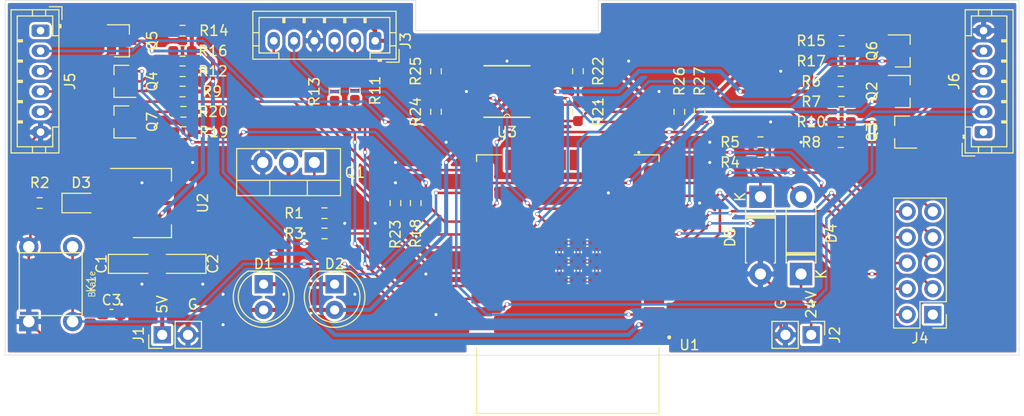
<source format=kicad_pcb>
(kicad_pcb (version 20171130) (host pcbnew "(5.1.10)-1")
  (layers (0 F.Cu signal) (31 B.Cu signal) (34 B.Paste user) (35 F.Paste user) (36 B.SilkS user) (37 F.SilkS user) (38 B.Mask user) (39 F.Mask user) (44 Edge.Cuts user))
  (net 0 "")
  (net 1 "Net-(U1-Pad24)")
  (net 2 "Net-(U1-Pad23)")
  (net 3 "Net-(U1-Pad22)")
  (net 4 "Net-(U1-Pad21)")
  (net 5 "Net-(U1-Pad20)")
  (net 6 "Net-(U1-Pad19)")
  (net 7 "Net-(U1-Pad18)")
  (net 8 "Net-(U1-Pad17)")
  (net 9 "Net-(U1-Pad14)")
  (net 10 GND)
  (net 11 +5V)
  (net 12 +3V3)
  (net 13 GPIO16)
  (net 14 "Net-(D1-Pad1)")
  (net 15 "Net-(D3-Pad1)")
  (net 16 "Net-(D4-Pad1)")
  (net 17 "Net-(D4-Pad2)")
  (net 18 GPIO34)
  (net 19 "Net-(J3-Pad2)")
  (net 20 "Net-(J3-Pad3)")
  (net 21 EN)
  (net 22 GPIO0)
  (net 23 "Net-(J4-Pad1)")
  (net 24 VP)
  (net 25 VN)
  (net 26 GPIO35)
  (net 27 GPIO13)
  (net 28 GPIO14)
  (net 29 GPIO17)
  (net 30 GPIO27)
  (net 31 GPIO32)
  (net 32 GPIO33)
  (net 33 "Net-(J5-Pad1)")
  (net 34 2EL)
  (net 35 2M)
  (net 36 2ZF)
  (net 37 2VR)
  (net 38 1VR)
  (net 39 1ZF)
  (net 40 1M)
  (net 41 1EL)
  (net 42 "Net-(J6-Pad1)")
  (net 43 "Net-(Q1-Pad1)")
  (net 44 GPIO4)
  (net 45 "Net-(Q2-Pad1)")
  (net 46 GPIO22)
  (net 47 "Net-(Q3-Pad1)")
  (net 48 "Net-(Q4-Pad1)")
  (net 49 GPIO5)
  (net 50 "Net-(Q5-Pad1)")
  (net 51 GPIO23)
  (net 52 GPIO18)
  (net 53 "Net-(Q6-Pad1)")
  (net 54 "Net-(Q7-Pad1)")
  (net 55 GPIO19)
  (net 56 GPIO21)
  (net 57 TX0)
  (net 58 RX0)
  (net 59 "Net-(R21-Pad1)")
  (net 60 "Net-(R24-Pad1)")
  (net 61 GPIO25)
  (net 62 GPIO26)
  (net 63 "Net-(U3-Pad5)")
  (net 64 "Net-(U3-Pad6)")
  (net 65 "Net-(U3-Pad7)")
  (net 66 "Net-(U3-Pad8)")
  (net 67 "Net-(U3-Pad9)")
  (net 68 "Net-(U3-Pad10)")
  (module Connector_PinHeader_2.54mm:PinHeader_2x05_P2.54mm_Vertical (layer F.Cu) (at 91.5 31 180)
    (fp_text reference J4 (at 1.27 -2.33) (layer F.SilkS))
    (fp_text value Conn_02x05_Odd_Even)
    (pad 10 thru_hole oval (at 2.54 10.16 180) (size 1.7 1.7) (drill 1) (layers *.Cu *.Mask) (net 28 GPIO14))
    (pad 9 thru_hole oval (at 0 10.16 180) (size 1.7 1.7) (drill 1) (layers *.Cu *.Mask) (net 29 GPIO17))
    (pad 8 thru_hole oval (at 2.54 7.62 180) (size 1.7 1.7) (drill 1) (layers *.Cu *.Mask) (net 27 GPIO13))
    (pad 7 thru_hole oval (at 0 7.62 180) (size 1.7 1.7) (drill 1) (layers *.Cu *.Mask) (net 30 GPIO27))
    (pad 6 thru_hole oval (at 2.54 5.08 180) (size 1.7 1.7) (drill 1) (layers *.Cu *.Mask) (net 26 GPIO35))
    (pad 5 thru_hole oval (at 0 5.08 180) (size 1.7 1.7) (drill 1) (layers *.Cu *.Mask) (net 31 GPIO32))
    (pad 4 thru_hole oval (at 2.54 2.54 180) (size 1.7 1.7) (drill 1) (layers *.Cu *.Mask) (net 25 VN))
    (pad 3 thru_hole oval (at 0 2.54 180) (size 1.7 1.7) (drill 1) (layers *.Cu *.Mask) (net 32 GPIO33))
    (pad 2 thru_hole oval (at 2.54 0 180) (size 1.7 1.7) (drill 1) (layers *.Cu *.Mask) (net 24 VP))
    (pad 1 thru_hole rect (at 0 0 180) (size 1.7 1.7) (drill 1) (layers *.Cu *.Mask) (net 23 "Net-(J4-Pad1)"))
  )
  (module ESP32-WROOM-32D:MODULE_ESP32-WROOM-32D (layer F.Cu) (at 55.5 28 180)
    (fp_text reference U1 (at -12 -6) (layer F.SilkS))
    (fp_text value ESP32-WROOM-32D)
    (pad 39_21 thru_hole circle (at -0.0825 4.075 180) (size 0.3 0.3) (drill 0.2) (layers *.Cu *.Mask) (net 10 GND))
    (pad 39_20 thru_hole circle (at -1.9175 4.075 180) (size 0.3 0.3) (drill 0.2) (layers *.Cu *.Mask) (net 10 GND))
    (pad 39_19 thru_hole circle (at 0.835 3.1575 180) (size 0.3 0.3) (drill 0.2) (layers *.Cu *.Mask) (net 10 GND))
    (pad 39_18 thru_hole circle (at -1 3.1575 180) (size 0.3 0.3) (drill 0.2) (layers *.Cu *.Mask) (net 10 GND))
    (pad 39_17 thru_hole circle (at -2.835 3.1575 180) (size 0.3 0.3) (drill 0.2) (layers *.Cu *.Mask) (net 10 GND))
    (pad 39_16 thru_hole circle (at -0.0825 2.24 180) (size 0.3 0.3) (drill 0.2) (layers *.Cu *.Mask) (net 10 GND))
    (pad 39_15 thru_hole circle (at -1.9175 2.24 180) (size 0.3 0.3) (drill 0.2) (layers *.Cu *.Mask) (net 10 GND))
    (pad 39_14 thru_hole circle (at 0.835 1.3225 180) (size 0.3 0.3) (drill 0.2) (layers *.Cu *.Mask) (net 10 GND))
    (pad 39_13 thru_hole circle (at -1 1.3225 180) (size 0.3 0.3) (drill 0.2) (layers *.Cu *.Mask) (net 10 GND))
    (pad 39_12 thru_hole circle (at -2.835 1.3225 180) (size 0.3 0.3) (drill 0.2) (layers *.Cu *.Mask) (net 10 GND))
    (pad 39_11 thru_hole circle (at -0.0825 0.405 180) (size 0.3 0.3) (drill 0.2) (layers *.Cu *.Mask) (net 10 GND))
    (pad 39_10 thru_hole circle (at -1.9175 0.405 180) (size 0.3 0.3) (drill 0.2) (layers *.Cu *.Mask) (net 10 GND))
    (pad 39_9 smd rect (at 0.835 4.075 180) (size 1.33 1.33) (layers F.Cu F.Paste F.Mask) (net 10 GND))
    (pad 39_8 smd rect (at -1 4.075 180) (size 1.33 1.33) (layers F.Cu F.Paste F.Mask) (net 10 GND))
    (pad 39_7 smd rect (at -2.835 4.075 180) (size 1.33 1.33) (layers F.Cu F.Paste F.Mask) (net 10 GND))
    (pad 39_6 smd rect (at 0.835 2.24 180) (size 1.33 1.33) (layers F.Cu F.Paste F.Mask) (net 10 GND))
    (pad 39_5 smd rect (at -1 2.24 180) (size 1.33 1.33) (layers F.Cu F.Paste F.Mask) (net 10 GND))
    (pad 39_4 smd rect (at -2.835 2.24 180) (size 1.33 1.33) (layers F.Cu F.Paste F.Mask) (net 10 GND))
    (pad 39_3 smd rect (at 0.835 0.405 180) (size 1.33 1.33) (layers F.Cu F.Paste F.Mask) (net 10 GND))
    (pad 39_2 smd rect (at -1 0.405 180) (size 1.33 1.33) (layers F.Cu F.Paste F.Mask) (net 10 GND))
    (pad 39_1 smd rect (at -2.835 0.405 180) (size 1.33 1.33) (layers F.Cu F.Paste F.Mask) (net 10 GND))
    (pad 38 smd rect (at 8.5 -5.26 180) (size 2 0.9) (layers F.Cu F.Paste F.Mask) (net 10 GND))
    (pad 37 smd rect (at 8.5 -3.99 180) (size 2 0.9) (layers F.Cu F.Paste F.Mask) (net 51 GPIO23))
    (pad 36 smd rect (at 8.5 -2.72 180) (size 2 0.9) (layers F.Cu F.Paste F.Mask) (net 46 GPIO22))
    (pad 35 smd rect (at 8.5 -1.45 180) (size 2 0.9) (layers F.Cu F.Paste F.Mask) (net 57 TX0))
    (pad 34 smd rect (at 8.5 -0.18 180) (size 2 0.9) (layers F.Cu F.Paste F.Mask) (net 58 RX0))
    (pad 33 smd rect (at 8.5 1.09 180) (size 2 0.9) (layers F.Cu F.Paste F.Mask) (net 56 GPIO21))
    (pad 32 smd rect (at 8.5 2.36 180) (size 2 0.9) (layers F.Cu F.Paste F.Mask))
    (pad 31 smd rect (at 8.5 3.63 180) (size 2 0.9) (layers F.Cu F.Paste F.Mask) (net 55 GPIO19))
    (pad 30 smd rect (at 8.5 4.9 180) (size 2 0.9) (layers F.Cu F.Paste F.Mask) (net 52 GPIO18))
    (pad 29 smd rect (at 8.5 6.17 180) (size 2 0.9) (layers F.Cu F.Paste F.Mask) (net 49 GPIO5))
    (pad 28 smd rect (at 8.5 7.44 180) (size 2 0.9) (layers F.Cu F.Paste F.Mask) (net 29 GPIO17))
    (pad 27 smd rect (at 8.5 8.71 180) (size 2 0.9) (layers F.Cu F.Paste F.Mask) (net 13 GPIO16))
    (pad 26 smd rect (at 8.5 9.98 180) (size 2 0.9) (layers F.Cu F.Paste F.Mask) (net 44 GPIO4))
    (pad 25 smd rect (at 8.5 11.25 180) (size 2 0.9) (layers F.Cu F.Paste F.Mask) (net 22 GPIO0))
    (pad 24 smd rect (at 5.715 12.25 180) (size 0.9 2) (layers F.Cu F.Paste F.Mask) (net 1 "Net-(U1-Pad24)"))
    (pad 23 smd rect (at 4.445 12.25 180) (size 0.9 2) (layers F.Cu F.Paste F.Mask) (net 2 "Net-(U1-Pad23)"))
    (pad 22 smd rect (at 3.175 12.25 180) (size 0.9 2) (layers F.Cu F.Paste F.Mask) (net 3 "Net-(U1-Pad22)"))
    (pad 21 smd rect (at 1.905 12.25 180) (size 0.9 2) (layers F.Cu F.Paste F.Mask) (net 4 "Net-(U1-Pad21)"))
    (pad 20 smd rect (at 0.635 12.25 180) (size 0.9 2) (layers F.Cu F.Paste F.Mask) (net 5 "Net-(U1-Pad20)"))
    (pad 19 smd rect (at -0.635 12.25 180) (size 0.9 2) (layers F.Cu F.Paste F.Mask) (net 6 "Net-(U1-Pad19)"))
    (pad 18 smd rect (at -1.905 12.25 180) (size 0.9 2) (layers F.Cu F.Paste F.Mask) (net 7 "Net-(U1-Pad18)"))
    (pad 17 smd rect (at -3.175 12.25 180) (size 0.9 2) (layers F.Cu F.Paste F.Mask) (net 8 "Net-(U1-Pad17)"))
    (pad 16 smd rect (at -4.445 12.25 180) (size 0.9 2) (layers F.Cu F.Paste F.Mask) (net 27 GPIO13))
    (pad 15 smd rect (at -5.715 12.25 180) (size 0.9 2) (layers F.Cu F.Paste F.Mask) (net 10 GND))
    (pad 14 smd rect (at -8.5 11.25 180) (size 2 0.9) (layers F.Cu F.Paste F.Mask) (net 9 "Net-(U1-Pad14)"))
    (pad 13 smd rect (at -8.5 9.98 180) (size 2 0.9) (layers F.Cu F.Paste F.Mask) (net 28 GPIO14))
    (pad 12 smd rect (at -8.5 8.71 180) (size 2 0.9) (layers F.Cu F.Paste F.Mask) (net 30 GPIO27))
    (pad 11 smd rect (at -8.5 7.44 180) (size 2 0.9) (layers F.Cu F.Paste F.Mask) (net 62 GPIO26))
    (pad 10 smd rect (at -8.5 6.17 180) (size 2 0.9) (layers F.Cu F.Paste F.Mask) (net 61 GPIO25))
    (pad 9 smd rect (at -8.5 4.9 180) (size 2 0.9) (layers F.Cu F.Paste F.Mask) (net 32 GPIO33))
    (pad 8 smd rect (at -8.5 3.63 180) (size 2 0.9) (layers F.Cu F.Paste F.Mask) (net 31 GPIO32))
    (pad 7 smd rect (at -8.5 2.36 180) (size 2 0.9) (layers F.Cu F.Paste F.Mask) (net 26 GPIO35))
    (pad 6 smd rect (at -8.5 1.09 180) (size 2 0.9) (layers F.Cu F.Paste F.Mask) (net 18 GPIO34))
    (pad 5 smd rect (at -8.5 -0.18 180) (size 2 0.9) (layers F.Cu F.Paste F.Mask) (net 25 VN))
    (pad 4 smd rect (at -8.5 -1.45 180) (size 2 0.9) (layers F.Cu F.Paste F.Mask) (net 24 VP))
    (pad 3 smd rect (at -8.5 -2.72 180) (size 2 0.9) (layers F.Cu F.Paste F.Mask) (net 21 EN))
    (pad 2 smd rect (at -8.5 -3.99 180) (size 2 0.9) (layers F.Cu F.Paste F.Mask) (net 12 +3V3))
    (pad 1 smd rect (at -8.5 -5.26 180) (size 2 0.9) (layers F.Cu F.Paste F.Mask) (net 10 GND))
  )
  (module Capacitor_Tantalum_SMD:CP_EIA-3216-18_Kemet-A (layer F.Cu) (at 12.5 26)
    (fp_text reference C1 (at -3 0 90) (layer F.SilkS))
    (fp_text value 4.7u)
    (pad 2 smd roundrect (at 1.35 0) (size 1.4 1.35) (layers F.Cu F.Paste F.Mask) (roundrect_rratio 0.1851844444444445) (net 10 GND))
    (pad 1 smd roundrect (at -1.35 0) (size 1.4 1.35) (layers F.Cu F.Paste F.Mask) (roundrect_rratio 0.1851844444444445) (net 11 +5V))
  )
  (module Capacitor_Tantalum_SMD:CP_EIA-3216-18_Kemet-A (layer F.Cu) (at 17.5 26 180)
    (fp_text reference C2 (at -3 0 90) (layer F.SilkS))
    (fp_text value 4.7u)
    (pad 1 smd roundrect (at -1.35 0 180) (size 1.4 1.35) (layers F.Cu F.Paste F.Mask) (roundrect_rratio 0.1851844444444445) (net 12 +3V3))
    (pad 2 smd roundrect (at 1.35 0 180) (size 1.4 1.35) (layers F.Cu F.Paste F.Mask) (roundrect_rratio 0.1851844444444445) (net 10 GND))
  )
  (module Capacitor_SMD:C_0603_1608Metric_Pad1.08x0.95mm_HandSolder (layer F.Cu) (at 10.5 31)
    (fp_text reference C3 (at 0 -1.43) (layer F.SilkS))
    (fp_text value 0.1u)
    (pad 1 smd roundrect (at -0.8625 0) (size 1.075 0.95) (layers F.Cu F.Paste F.Mask) (net 13 GPIO16))
    (pad 2 smd roundrect (at 0.8625 0) (size 1.075 0.95) (layers F.Cu F.Paste F.Mask) (net 10 GND))
  )
  (module LED_THT:LED_D5.0mm (layer F.Cu) (at 25.5 28 270)
    (fp_text reference D1 (at -2 0 180) (layer F.SilkS))
    (fp_text value LED)
    (pad 2 thru_hole circle (at 2.54 0 270) (size 1.8 1.8) (drill 0.9) (layers *.Cu *.Mask) (net 11 +5V))
    (pad 1 thru_hole rect (at 0 0 270) (size 1.8 1.8) (drill 0.9) (layers *.Cu *.Mask) (net 14 "Net-(D1-Pad1)"))
  )
  (module LED_THT:LED_D5.0mm (layer F.Cu) (at 32.5 28 270)
    (fp_text reference D2 (at -2 0 180) (layer F.SilkS))
    (fp_text value LED)
    (pad 1 thru_hole rect (at 0 0 270) (size 1.8 1.8) (drill 0.9) (layers *.Cu *.Mask) (net 14 "Net-(D1-Pad1)"))
    (pad 2 thru_hole circle (at 2.54 0 270) (size 1.8 1.8) (drill 0.9) (layers *.Cu *.Mask) (net 11 +5V))
  )
  (module LED_SMD:LED_0805_2012Metric_Pad1.15x1.40mm_HandSolder (layer F.Cu) (at 7.475 20)
    (fp_text reference D3 (at 0.025 -2) (layer F.SilkS))
    (fp_text value LED)
    (pad 1 smd roundrect (at -1.025 0) (size 1.15 1.4) (layers F.Cu F.Paste F.Mask) (roundrect_rratio 0.2173904347826087) (net 15 "Net-(D3-Pad1)"))
    (pad 2 smd roundrect (at 1.025 0) (size 1.15 1.4) (layers F.Cu F.Paste F.Mask) (roundrect_rratio 0.2173904347826087) (net 12 +3V3))
  )
  (module Diode_THT:D_DO-41_SOD81_P7.62mm_Horizontal (layer F.Cu) (at 78.5 27 90)
    (fp_text reference D4 (at 4 3 90) (layer F.SilkS))
    (fp_text value Zenor_20V)
    (fp_text user K (at 0 2 90) (layer F.SilkS))
    (pad 1 thru_hole rect (at 0 0 90) (size 2.2 2.2) (drill 1.1) (layers *.Cu *.Mask) (net 16 "Net-(D4-Pad1)"))
    (pad 2 thru_hole oval (at 7.62 0 90) (size 2.2 2.2) (drill 1.1) (layers *.Cu *.Mask) (net 17 "Net-(D4-Pad2)"))
  )
  (module Diode_THT:D_DO-41_SOD81_P7.62mm_Horizontal (layer F.Cu) (at 74.5 19.38 270)
    (fp_text reference D5 (at 4 3 90) (layer F.SilkS))
    (fp_text value Zenor_3.3V)
    (fp_text user K (at 0 2 90) (layer F.SilkS))
    (pad 2 thru_hole oval (at 7.62 0 270) (size 2.2 2.2) (drill 1.1) (layers *.Cu *.Mask) (net 10 GND))
    (pad 1 thru_hole rect (at 0 0 270) (size 2.2 2.2) (drill 1.1) (layers *.Cu *.Mask) (net 18 GPIO34))
  )
  (module Connector_PinHeader_2.54mm:PinHeader_1x02_P2.54mm_Vertical (layer F.Cu) (at 15.5 33 90)
    (fp_text reference J1 (at 0 -2.33 90) (layer F.SilkS))
    (fp_text value Pwr)
    (pad 1 thru_hole rect (at 0 0 90) (size 1.7 1.7) (drill 1) (layers *.Cu *.Mask) (net 11 +5V))
    (pad 2 thru_hole oval (at 0 2.54 90) (size 1.7 1.7) (drill 1) (layers *.Cu *.Mask) (net 10 GND))
  )
  (module Connector_PinHeader_2.54mm:PinHeader_1x02_P2.54mm_Vertical (layer F.Cu) (at 79.5 33 270)
    (fp_text reference J2 (at 0 -2.33 90) (layer F.SilkS))
    (fp_text value Batt)
    (pad 2 thru_hole oval (at 0 2.54 270) (size 1.7 1.7) (drill 1) (layers *.Cu *.Mask) (net 10 GND))
    (pad 1 thru_hole rect (at 0 0 270) (size 1.7 1.7) (drill 1) (layers *.Cu *.Mask) (net 16 "Net-(D4-Pad1)"))
  )
  (module Connector_JST:JST_PH_B6B-PH-K_1x06_P2.00mm_Vertical (layer F.Cu) (at 36.5 4 180)
    (fp_text reference J3 (at -3 0 90) (layer F.SilkS))
    (fp_text value isp)
    (pad 1 thru_hole roundrect (at 0 0 180) (size 1.2 1.75) (drill 0.75) (layers *.Cu *.Mask) (roundrect_rratio 0.2083325) (net 12 +3V3))
    (pad 2 thru_hole oval (at 2 0 180) (size 1.2 1.75) (drill 0.75) (layers *.Cu *.Mask) (net 19 "Net-(J3-Pad2)"))
    (pad 3 thru_hole oval (at 4 0 180) (size 1.2 1.75) (drill 0.75) (layers *.Cu *.Mask) (net 20 "Net-(J3-Pad3)"))
    (pad 4 thru_hole oval (at 6 0 180) (size 1.2 1.75) (drill 0.75) (layers *.Cu *.Mask) (net 10 GND))
    (pad 5 thru_hole oval (at 8 0 180) (size 1.2 1.75) (drill 0.75) (layers *.Cu *.Mask) (net 21 EN))
    (pad 6 thru_hole oval (at 10 0 180) (size 1.2 1.75) (drill 0.75) (layers *.Cu *.Mask) (net 22 GPIO0))
  )
  (module Connector_JST:JST_PH_B6B-PH-K_1x06_P2.00mm_Vertical (layer F.Cu) (at 3.5 3 270)
    (fp_text reference J5 (at 5 -2.9 90) (layer F.SilkS))
    (fp_text value Conn_01x06)
    (pad 1 thru_hole roundrect (at 0 0 270) (size 1.2 1.75) (drill 0.75) (layers *.Cu *.Mask) (roundrect_rratio 0.2083325) (net 33 "Net-(J5-Pad1)"))
    (pad 2 thru_hole oval (at 2 0 270) (size 1.2 1.75) (drill 0.75) (layers *.Cu *.Mask) (net 34 2EL))
    (pad 3 thru_hole oval (at 4 0 270) (size 1.2 1.75) (drill 0.75) (layers *.Cu *.Mask) (net 35 2M))
    (pad 4 thru_hole oval (at 6 0 270) (size 1.2 1.75) (drill 0.75) (layers *.Cu *.Mask) (net 36 2ZF))
    (pad 5 thru_hole oval (at 8 0 270) (size 1.2 1.75) (drill 0.75) (layers *.Cu *.Mask) (net 37 2VR))
    (pad 6 thru_hole oval (at 10 0 270) (size 1.2 1.75) (drill 0.75) (layers *.Cu *.Mask) (net 10 GND))
  )
  (module Connector_JST:JST_PH_B6B-PH-K_1x06_P2.00mm_Vertical (layer F.Cu) (at 96.5 13 90)
    (fp_text reference J6 (at 5 -2.9 90) (layer F.SilkS))
    (fp_text value Conn_01x06)
    (pad 6 thru_hole oval (at 10 0 90) (size 1.2 1.75) (drill 0.75) (layers *.Cu *.Mask) (net 10 GND))
    (pad 5 thru_hole oval (at 8 0 90) (size 1.2 1.75) (drill 0.75) (layers *.Cu *.Mask) (net 38 1VR))
    (pad 4 thru_hole oval (at 6 0 90) (size 1.2 1.75) (drill 0.75) (layers *.Cu *.Mask) (net 39 1ZF))
    (pad 3 thru_hole oval (at 4 0 90) (size 1.2 1.75) (drill 0.75) (layers *.Cu *.Mask) (net 40 1M))
    (pad 2 thru_hole oval (at 2 0 90) (size 1.2 1.75) (drill 0.75) (layers *.Cu *.Mask) (net 41 1EL))
    (pad 1 thru_hole roundrect (at 0 0 90) (size 1.2 1.75) (drill 0.75) (layers *.Cu *.Mask) (roundrect_rratio 0.2083325) (net 42 "Net-(J6-Pad1)"))
  )
  (module OPL_Switch:SW4-6.0X6.0X5.0MM (layer F.Cu) (at 4.5 28 90)
    (fp_text reference K1 (at 0 4 90) (layer F.SilkS) (effects (font (size 0.889 0.889) (thickness 0.1016))))
    (fp_text value Brake (at 0 4.064 90) (layer F.SilkS) (effects (font (size 0.635 0.635) (thickness 0.0762))))
    (pad 4 thru_hole circle (at 3.683 -2.159 90) (size 1.905 1.905) (drill 1.143) (layers *.Cu *.Mask) (net 10 GND))
    (pad 3 thru_hole circle (at 3.683 2.159 90) (size 1.905 1.905) (drill 1.143) (layers *.Cu *.Mask) (net 13 GPIO16))
    (pad 2 thru_hole circle (at -3.683 2.159 90) (size 1.905 1.905) (drill 1.143) (layers *.Cu *.Mask) (net 13 GPIO16))
    (pad 1 thru_hole rect (at -3.683 -2.159 90) (size 1.905 1.905) (drill 1.143) (layers *.Cu *.Mask) (net 10 GND))
  )
  (module Package_TO_SOT_THT:TO-220-3_Vertical (layer F.Cu) (at 30.5 16 180)
    (fp_text reference Q1 (at -4 -1) (layer F.SilkS))
    (fp_text value IRF540N)
    (pad 1 thru_hole rect (at 0 0 180) (size 1.905 2) (drill 1.1) (layers *.Cu *.Mask) (net 43 "Net-(Q1-Pad1)"))
    (pad 2 thru_hole oval (at 2.54 0 180) (size 1.905 2) (drill 1.1) (layers *.Cu *.Mask) (net 14 "Net-(D1-Pad1)"))
    (pad 3 thru_hole oval (at 5.08 0 180) (size 1.905 2) (drill 1.1) (layers *.Cu *.Mask) (net 10 GND))
  )
  (module Package_TO_SOT_SMD:SOT-23 (layer F.Cu) (at 88.5 9)
    (fp_text reference Q2 (at -3 0 90) (layer F.SilkS))
    (fp_text value NPN)
    (pad 3 smd rect (at 1 0) (size 0.9 0.8) (layers F.Cu F.Paste F.Mask) (net 39 1ZF))
    (pad 2 smd rect (at -1 0.95) (size 0.9 0.8) (layers F.Cu F.Paste F.Mask) (net 44 GPIO4))
    (pad 1 smd rect (at -1 -0.95) (size 0.9 0.8) (layers F.Cu F.Paste F.Mask) (net 45 "Net-(Q2-Pad1)"))
  )
  (module Package_TO_SOT_SMD:SOT-23 (layer F.Cu) (at 88.5 13 180)
    (fp_text reference Q3 (at 3 0 90) (layer F.SilkS))
    (fp_text value NPN)
    (pad 3 smd rect (at 1 0 180) (size 0.9 0.8) (layers F.Cu F.Paste F.Mask) (net 46 GPIO22))
    (pad 2 smd rect (at -1 0.95 180) (size 0.9 0.8) (layers F.Cu F.Paste F.Mask) (net 40 1M))
    (pad 1 smd rect (at -1 -0.95 180) (size 0.9 0.8) (layers F.Cu F.Paste F.Mask) (net 47 "Net-(Q3-Pad1)"))
  )
  (module Package_TO_SOT_SMD:SOT-23 (layer F.Cu) (at 11.5 8 180)
    (fp_text reference Q4 (at -3 0 90) (layer F.SilkS))
    (fp_text value NPN)
    (pad 1 smd rect (at -1 -0.95 180) (size 0.9 0.8) (layers F.Cu F.Paste F.Mask) (net 48 "Net-(Q4-Pad1)"))
    (pad 2 smd rect (at -1 0.95 180) (size 0.9 0.8) (layers F.Cu F.Paste F.Mask) (net 49 GPIO5))
    (pad 3 smd rect (at 1 0 180) (size 0.9 0.8) (layers F.Cu F.Paste F.Mask) (net 36 2ZF))
  )
  (module Package_TO_SOT_SMD:SOT-23 (layer F.Cu) (at 11.5 4)
    (fp_text reference Q5 (at 3 0 90) (layer F.SilkS))
    (fp_text value NPN)
    (pad 1 smd rect (at -1 -0.95) (size 0.9 0.8) (layers F.Cu F.Paste F.Mask) (net 50 "Net-(Q5-Pad1)"))
    (pad 2 smd rect (at -1 0.95) (size 0.9 0.8) (layers F.Cu F.Paste F.Mask) (net 35 2M))
    (pad 3 smd rect (at 1 0) (size 0.9 0.8) (layers F.Cu F.Paste F.Mask) (net 51 GPIO23))
  )
  (module Package_TO_SOT_SMD:SOT-23 (layer F.Cu) (at 88.5 5)
    (fp_text reference Q6 (at -3 0 90) (layer F.SilkS))
    (fp_text value NPN)
    (pad 3 smd rect (at 1 0) (size 0.9 0.8) (layers F.Cu F.Paste F.Mask) (net 38 1VR))
    (pad 2 smd rect (at -1 0.95) (size 0.9 0.8) (layers F.Cu F.Paste F.Mask) (net 52 GPIO18))
    (pad 1 smd rect (at -1 -0.95) (size 0.9 0.8) (layers F.Cu F.Paste F.Mask) (net 53 "Net-(Q6-Pad1)"))
  )
  (module Package_TO_SOT_SMD:SOT-23 (layer F.Cu) (at 11.5 12 180)
    (fp_text reference Q7 (at -3 0 90) (layer F.SilkS))
    (fp_text value NPN)
    (pad 1 smd rect (at -1 -0.95 180) (size 0.9 0.8) (layers F.Cu F.Paste F.Mask) (net 54 "Net-(Q7-Pad1)"))
    (pad 2 smd rect (at -1 0.95 180) (size 0.9 0.8) (layers F.Cu F.Paste F.Mask) (net 55 GPIO19))
    (pad 3 smd rect (at 1 0 180) (size 0.9 0.8) (layers F.Cu F.Paste F.Mask) (net 37 2VR))
  )
  (module Resistor_SMD:R_0603_1608Metric_Pad0.98x0.95mm_HandSolder (layer F.Cu) (at 31.5 21)
    (fp_text reference R1 (at -3 0) (layer F.SilkS))
    (fp_text value 1k)
    (pad 1 smd roundrect (at -0.9125 0) (size 0.975 0.95) (layers F.Cu F.Paste F.Mask) (net 43 "Net-(Q1-Pad1)"))
    (pad 2 smd roundrect (at 0.9125 0) (size 0.975 0.95) (layers F.Cu F.Paste F.Mask) (net 56 GPIO21))
  )
  (module Resistor_SMD:R_0603_1608Metric_Pad0.98x0.95mm_HandSolder (layer F.Cu) (at 3.4125 20 180)
    (fp_text reference R2 (at 0 2) (layer F.SilkS))
    (fp_text value 470)
    (pad 2 smd roundrect (at 0.9125 0 180) (size 0.975 0.95) (layers F.Cu F.Paste F.Mask) (net 10 GND))
    (pad 1 smd roundrect (at -0.9125 0 180) (size 0.975 0.95) (layers F.Cu F.Paste F.Mask) (net 15 "Net-(D3-Pad1)"))
  )
  (module Resistor_SMD:R_0603_1608Metric_Pad0.98x0.95mm_HandSolder (layer F.Cu) (at 31.5 23)
    (fp_text reference R3 (at -3 0) (layer F.SilkS))
    (fp_text value 10k)
    (pad 2 smd roundrect (at 0.9125 0) (size 0.975 0.95) (layers F.Cu F.Paste F.Mask) (net 56 GPIO21))
    (pad 1 smd roundrect (at -0.9125 0) (size 0.975 0.95) (layers F.Cu F.Paste F.Mask) (net 10 GND))
  )
  (module Resistor_SMD:R_0603_1608Metric_Pad0.98x0.95mm_HandSolder (layer F.Cu) (at 74.5 16 180)
    (fp_text reference R4 (at 3 0) (layer F.SilkS))
    (fp_text value 100)
    (pad 1 smd roundrect (at -0.9125 0 180) (size 0.975 0.95) (layers F.Cu F.Paste F.Mask) (net 17 "Net-(D4-Pad2)"))
    (pad 2 smd roundrect (at 0.9125 0 180) (size 0.975 0.95) (layers F.Cu F.Paste F.Mask) (net 18 GPIO34))
  )
  (module Resistor_SMD:R_0603_1608Metric_Pad0.98x0.95mm_HandSolder (layer F.Cu) (at 74.5 14)
    (fp_text reference R5 (at -3 0) (layer F.SilkS))
    (fp_text value 100k)
    (pad 1 smd roundrect (at -0.9125 0) (size 0.975 0.95) (layers F.Cu F.Paste F.Mask) (net 10 GND))
    (pad 2 smd roundrect (at 0.9125 0) (size 0.975 0.95) (layers F.Cu F.Paste F.Mask) (net 17 "Net-(D4-Pad2)"))
  )
  (module Resistor_SMD:R_0603_1608Metric_Pad0.98x0.95mm_HandSolder (layer F.Cu) (at 82.4125 8 180)
    (fp_text reference R6 (at 2.9125 0) (layer F.SilkS))
    (fp_text value 10k)
    (pad 2 smd roundrect (at 0.9125 0 180) (size 0.975 0.95) (layers F.Cu F.Paste F.Mask) (net 12 +3V3))
    (pad 1 smd roundrect (at -0.9125 0 180) (size 0.975 0.95) (layers F.Cu F.Paste F.Mask) (net 45 "Net-(Q2-Pad1)"))
  )
  (module Resistor_SMD:R_0603_1608Metric_Pad0.98x0.95mm_HandSolder (layer F.Cu) (at 82.5 10)
    (fp_text reference R7 (at -3 0) (layer F.SilkS))
    (fp_text value 10k)
    (pad 1 smd roundrect (at -0.9125 0) (size 0.975 0.95) (layers F.Cu F.Paste F.Mask) (net 11 +5V))
    (pad 2 smd roundrect (at 0.9125 0) (size 0.975 0.95) (layers F.Cu F.Paste F.Mask) (net 39 1ZF))
  )
  (module Resistor_SMD:R_0603_1608Metric_Pad0.98x0.95mm_HandSolder (layer F.Cu) (at 82.4125 14 180)
    (fp_text reference R8 (at 2.9125 0) (layer F.SilkS))
    (fp_text value 10k)
    (pad 1 smd roundrect (at -0.9125 0 180) (size 0.975 0.95) (layers F.Cu F.Paste F.Mask) (net 47 "Net-(Q3-Pad1)"))
    (pad 2 smd roundrect (at 0.9125 0 180) (size 0.975 0.95) (layers F.Cu F.Paste F.Mask) (net 12 +3V3))
  )
  (module Resistor_SMD:R_0603_1608Metric_Pad0.98x0.95mm_HandSolder (layer F.Cu) (at 17.5 9)
    (fp_text reference R9 (at 2.9125 0) (layer F.SilkS))
    (fp_text value 10k)
    (pad 1 smd roundrect (at -0.9125 0) (size 0.975 0.95) (layers F.Cu F.Paste F.Mask) (net 48 "Net-(Q4-Pad1)"))
    (pad 2 smd roundrect (at 0.9125 0) (size 0.975 0.95) (layers F.Cu F.Paste F.Mask) (net 12 +3V3))
  )
  (module Resistor_SMD:R_0603_1608Metric_Pad0.98x0.95mm_HandSolder (layer F.Cu) (at 82.5 12)
    (fp_text reference R10 (at -3 0) (layer F.SilkS))
    (fp_text value 10k)
    (pad 2 smd roundrect (at 0.9125 0) (size 0.975 0.95) (layers F.Cu F.Paste F.Mask) (net 46 GPIO22))
    (pad 1 smd roundrect (at -0.9125 0) (size 0.975 0.95) (layers F.Cu F.Paste F.Mask) (net 12 +3V3))
  )
  (module Resistor_SMD:R_0603_1608Metric_Pad0.98x0.95mm_HandSolder (layer F.Cu) (at 34.5 8.9125 90)
    (fp_text reference R11 (at 0 2 90) (layer F.SilkS))
    (fp_text value 1k)
    (pad 2 smd roundrect (at 0.9125 0 90) (size 0.975 0.95) (layers F.Cu F.Paste F.Mask) (net 19 "Net-(J3-Pad2)"))
    (pad 1 smd roundrect (at -0.9125 0 90) (size 0.975 0.95) (layers F.Cu F.Paste F.Mask) (net 57 TX0))
  )
  (module Resistor_SMD:R_0603_1608Metric_Pad0.98x0.95mm_HandSolder (layer F.Cu) (at 17.5 7 180)
    (fp_text reference R12 (at -3 0) (layer F.SilkS))
    (fp_text value 10k)
    (pad 2 smd roundrect (at 0.9125 0 180) (size 0.975 0.95) (layers F.Cu F.Paste F.Mask) (net 36 2ZF))
    (pad 1 smd roundrect (at -0.9125 0 180) (size 0.975 0.95) (layers F.Cu F.Paste F.Mask) (net 11 +5V))
  )
  (module Resistor_SMD:R_0603_1608Metric_Pad0.98x0.95mm_HandSolder (layer F.Cu) (at 32.5 9 90)
    (fp_text reference R13 (at 0 -2 90) (layer F.SilkS))
    (fp_text value 1k)
    (pad 1 smd roundrect (at -0.9125 0 90) (size 0.975 0.95) (layers F.Cu F.Paste F.Mask) (net 58 RX0))
    (pad 2 smd roundrect (at 0.9125 0 90) (size 0.975 0.95) (layers F.Cu F.Paste F.Mask) (net 20 "Net-(J3-Pad3)"))
  )
  (module Resistor_SMD:R_0603_1608Metric_Pad0.98x0.95mm_HandSolder (layer F.Cu) (at 17.5 3)
    (fp_text reference R14 (at 3.0875 0) (layer F.SilkS))
    (fp_text value 10k)
    (pad 1 smd roundrect (at -0.9125 0) (size 0.975 0.95) (layers F.Cu F.Paste F.Mask) (net 50 "Net-(Q5-Pad1)"))
    (pad 2 smd roundrect (at 0.9125 0) (size 0.975 0.95) (layers F.Cu F.Paste F.Mask) (net 12 +3V3))
  )
  (module Resistor_SMD:R_0603_1608Metric_Pad0.98x0.95mm_HandSolder (layer F.Cu) (at 82.5 4 180)
    (fp_text reference R15 (at 3 0) (layer F.SilkS))
    (fp_text value 10k)
    (pad 1 smd roundrect (at -0.9125 0 180) (size 0.975 0.95) (layers F.Cu F.Paste F.Mask) (net 53 "Net-(Q6-Pad1)"))
    (pad 2 smd roundrect (at 0.9125 0 180) (size 0.975 0.95) (layers F.Cu F.Paste F.Mask) (net 12 +3V3))
  )
  (module Resistor_SMD:R_0603_1608Metric_Pad0.98x0.95mm_HandSolder (layer F.Cu) (at 17.5 5 180)
    (fp_text reference R16 (at -3 0) (layer F.SilkS))
    (fp_text value 10k)
    (pad 2 smd roundrect (at 0.9125 0 180) (size 0.975 0.95) (layers F.Cu F.Paste F.Mask) (net 51 GPIO23))
    (pad 1 smd roundrect (at -0.9125 0 180) (size 0.975 0.95) (layers F.Cu F.Paste F.Mask) (net 12 +3V3))
  )
  (module Resistor_SMD:R_0603_1608Metric_Pad0.98x0.95mm_HandSolder (layer F.Cu) (at 82.5 6)
    (fp_text reference R17 (at -3 0) (layer F.SilkS))
    (fp_text value 10k)
    (pad 1 smd roundrect (at -0.9125 0) (size 0.975 0.95) (layers F.Cu F.Paste F.Mask) (net 11 +5V))
    (pad 2 smd roundrect (at 0.9125 0) (size 0.975 0.95) (layers F.Cu F.Paste F.Mask) (net 38 1VR))
  )
  (module Resistor_SMD:R_0603_1608Metric_Pad0.98x0.95mm_HandSolder (layer F.Cu) (at 40.5 20 90)
    (fp_text reference R18 (at -3 0 90) (layer F.SilkS))
    (fp_text value 1k)
    (pad 2 smd roundrect (at 0.9125 0 90) (size 0.975 0.95) (layers F.Cu F.Paste F.Mask) (net 10 GND))
    (pad 1 smd roundrect (at -0.9125 0 90) (size 0.975 0.95) (layers F.Cu F.Paste F.Mask) (net 52 GPIO18))
  )
  (module Resistor_SMD:R_0603_1608Metric_Pad0.98x0.95mm_HandSolder (layer F.Cu) (at 17.5875 13)
    (fp_text reference R19 (at 3 0) (layer F.SilkS))
    (fp_text value 10k)
    (pad 1 smd roundrect (at -0.9125 0) (size 0.975 0.95) (layers F.Cu F.Paste F.Mask) (net 54 "Net-(Q7-Pad1)"))
    (pad 2 smd roundrect (at 0.9125 0) (size 0.975 0.95) (layers F.Cu F.Paste F.Mask) (net 12 +3V3))
  )
  (module Resistor_SMD:R_0603_1608Metric_Pad0.98x0.95mm_HandSolder (layer F.Cu) (at 17.5875 11 180)
    (fp_text reference R20 (at -2.9125 0) (layer F.SilkS))
    (fp_text value 10k)
    (pad 1 smd roundrect (at -0.9125 0 180) (size 0.975 0.95) (layers F.Cu F.Paste F.Mask) (net 11 +5V))
    (pad 2 smd roundrect (at 0.9125 0 180) (size 0.975 0.95) (layers F.Cu F.Paste F.Mask) (net 37 2VR))
  )
  (module Resistor_SMD:R_0603_1608Metric_Pad0.98x0.95mm_HandSolder (layer F.Cu) (at 56.5 11 270)
    (fp_text reference R21 (at 0 -2 90) (layer F.SilkS))
    (fp_text value 560)
    (pad 2 smd roundrect (at 0.9125 0 270) (size 0.975 0.95) (layers F.Cu F.Paste F.Mask) (net 41 1EL))
    (pad 1 smd roundrect (at -0.9125 0 270) (size 0.975 0.95) (layers F.Cu F.Paste F.Mask) (net 59 "Net-(R21-Pad1)"))
  )
  (module Resistor_SMD:R_0603_1608Metric_Pad0.98x0.95mm_HandSolder (layer F.Cu) (at 56.5 7 90)
    (fp_text reference R22 (at 0 2 90) (layer F.SilkS))
    (fp_text value 1k)
    (pad 2 smd roundrect (at 0.9125 0 90) (size 0.975 0.95) (layers F.Cu F.Paste F.Mask) (net 10 GND))
    (pad 1 smd roundrect (at -0.9125 0 90) (size 0.975 0.95) (layers F.Cu F.Paste F.Mask) (net 59 "Net-(R21-Pad1)"))
  )
  (module Resistor_SMD:R_0603_1608Metric_Pad0.98x0.95mm_HandSolder (layer F.Cu) (at 38.5 20 90)
    (fp_text reference R23 (at -3.0875 0 90) (layer F.SilkS))
    (fp_text value 1k)
    (pad 2 smd roundrect (at 0.9125 0 90) (size 0.975 0.95) (layers F.Cu F.Paste F.Mask) (net 10 GND))
    (pad 1 smd roundrect (at -0.9125 0 90) (size 0.975 0.95) (layers F.Cu F.Paste F.Mask) (net 55 GPIO19))
  )
  (module Resistor_SMD:R_0603_1608Metric_Pad0.98x0.95mm_HandSolder (layer F.Cu) (at 42.5 11 270)
    (fp_text reference R24 (at 0 2 90) (layer F.SilkS))
    (fp_text value 560)
    (pad 1 smd roundrect (at -0.9125 0 270) (size 0.975 0.95) (layers F.Cu F.Paste F.Mask) (net 60 "Net-(R24-Pad1)"))
    (pad 2 smd roundrect (at 0.9125 0 270) (size 0.975 0.95) (layers F.Cu F.Paste F.Mask) (net 34 2EL))
  )
  (module Resistor_SMD:R_0603_1608Metric_Pad0.98x0.95mm_HandSolder (layer F.Cu) (at 42.5 7 90)
    (fp_text reference R25 (at 0 -2 90) (layer F.SilkS))
    (fp_text value 1k)
    (pad 1 smd roundrect (at -0.9125 0 90) (size 0.975 0.95) (layers F.Cu F.Paste F.Mask) (net 60 "Net-(R24-Pad1)"))
    (pad 2 smd roundrect (at 0.9125 0 90) (size 0.975 0.95) (layers F.Cu F.Paste F.Mask) (net 10 GND))
  )
  (module Resistor_SMD:R_0603_1608Metric_Pad0.98x0.95mm_HandSolder (layer F.Cu) (at 66.5 11 90)
    (fp_text reference R26 (at 3 0 90) (layer F.SilkS))
    (fp_text value 10k)
    (pad 1 smd roundrect (at -0.9125 0 90) (size 0.975 0.95) (layers F.Cu F.Paste F.Mask) (net 61 GPIO25))
    (pad 2 smd roundrect (at 0.9125 0 90) (size 0.975 0.95) (layers F.Cu F.Paste F.Mask) (net 12 +3V3))
  )
  (module Resistor_SMD:R_0603_1608Metric_Pad0.98x0.95mm_HandSolder (layer F.Cu) (at 68.5 10.9125 90)
    (fp_text reference R27 (at 2.9125 0 90) (layer F.SilkS))
    (fp_text value 10k)
    (pad 2 smd roundrect (at 0.9125 0 90) (size 0.975 0.95) (layers F.Cu F.Paste F.Mask) (net 12 +3V3))
    (pad 1 smd roundrect (at -0.9125 0 90) (size 0.975 0.95) (layers F.Cu F.Paste F.Mask) (net 62 GPIO26))
  )
  (module Package_TO_SOT_SMD:SOT-223-3_TabPin2 (layer F.Cu) (at 14.5 20)
    (fp_text reference U2 (at 5 0 90) (layer F.SilkS))
    (fp_text value LD1117S33TR_SOT223)
    (pad 2 smd rect (at 3.15 0) (size 2 3.8) (layers F.Cu F.Paste F.Mask) (net 12 +3V3))
    (pad 2 smd rect (at -3.15 0) (size 2 1.5) (layers F.Cu F.Paste F.Mask) (net 12 +3V3))
    (pad 3 smd rect (at -3.15 2.3) (size 2 1.5) (layers F.Cu F.Paste F.Mask) (net 11 +5V))
    (pad 1 smd rect (at -3.15 -2.3) (size 2 1.5) (layers F.Cu F.Paste F.Mask) (net 10 GND))
  )
  (module MCP6044T:MCP6044T (layer F.Cu) (at 49.5 9 180)
    (fp_text reference U3 (at 0 -4) (layer F.SilkS))
    (fp_text value MCP6044T-I_ST)
    (pad 1 smd rect (at -2.8194 -1.9558 180) (size 1.4732 0.3556) (layers F.Cu F.Paste F.Mask) (net 41 1EL))
    (pad 2 smd rect (at -2.8194 -1.2954 180) (size 1.4732 0.3556) (layers F.Cu F.Paste F.Mask) (net 59 "Net-(R21-Pad1)"))
    (pad 3 smd rect (at -2.8194 -0.6604 180) (size 1.4732 0.3556) (layers F.Cu F.Paste F.Mask) (net 61 GPIO25))
    (pad 4 smd rect (at -2.8194 0 180) (size 1.4732 0.3556) (layers F.Cu F.Paste F.Mask) (net 11 +5V))
    (pad 5 smd rect (at -2.8194 0.6604 180) (size 1.4732 0.3556) (layers F.Cu F.Paste F.Mask) (net 63 "Net-(U3-Pad5)"))
    (pad 6 smd rect (at -2.8194 1.2954 180) (size 1.4732 0.3556) (layers F.Cu F.Paste F.Mask) (net 64 "Net-(U3-Pad6)"))
    (pad 7 smd rect (at -2.8194 1.9558 180) (size 1.4732 0.3556) (layers F.Cu F.Paste F.Mask) (net 65 "Net-(U3-Pad7)"))
    (pad 8 smd rect (at 2.8194 1.9558 180) (size 1.4732 0.3556) (layers F.Cu F.Paste F.Mask) (net 66 "Net-(U3-Pad8)"))
    (pad 9 smd rect (at 2.8194 1.2954 180) (size 1.4732 0.3556) (layers F.Cu F.Paste F.Mask) (net 67 "Net-(U3-Pad9)"))
    (pad 10 smd rect (at 2.8194 0.6604 180) (size 1.4732 0.3556) (layers F.Cu F.Paste F.Mask) (net 68 "Net-(U3-Pad10)"))
    (pad 11 smd rect (at 2.8194 0 180) (size 1.4732 0.3556) (layers F.Cu F.Paste F.Mask) (net 10 GND))
    (pad 12 smd rect (at 2.8194 -0.6604 180) (size 1.4732 0.3556) (layers F.Cu F.Paste F.Mask) (net 62 GPIO26))
    (pad 13 smd rect (at 2.8194 -1.2954 180) (size 1.4732 0.3556) (layers F.Cu F.Paste F.Mask) (net 60 "Net-(R24-Pad1)"))
    (pad 14 smd rect (at 2.8194 -1.9558 180) (size 1.4732 0.3556) (layers F.Cu F.Paste F.Mask) (net 34 2EL))
  )
  (gr_line (start 40.5 0) (end 0 0) (layer Edge.Cuts) (width 0.05))
  (gr_line (start 58.5 0) (end 100 0) (layer Edge.Cuts) (width 0.05))
  (gr_line (start 58.5 3) (end 58.5 0) (layer Edge.Cuts) (width 0.05))
  (gr_line (start 40.5 3) (end 58.5 3) (layer Edge.Cuts) (width 0.05))
  (gr_line (start 40.5 0) (end 40.5 3) (layer Edge.Cuts) (width 0.05))
  (gr_text 24V (at 79.5 30 90) (layer F.SilkS) (effects (font (size 1 1))))
  (gr_text "G\n" (at 76.5 30 90) (layer F.SilkS) (effects (font (size 1 1))))
  (gr_text "G\n" (at 18.5 30) (layer F.SilkS) (effects (font (size 1 1))))
  (gr_text "5V\n" (at 15.5 30 90) (layer F.SilkS) (effects (font (size 1 1))))
  (gr_line (start 100 0) (end 100 35) (layer Edge.Cuts) (width 0.05))
  (gr_line (start 0 35) (end 100 35) (layer Edge.Cuts) (width 0.05))
  (gr_line (start 0 0) (end 0 35) (layer Edge.Cuts) (width 0.05))
  (segment (start 74.5 27) (end 76.5 29) (width 0.25) (layer F.Cu) (net 10))
  (segment (start 76.5 32.54) (end 76.96 33) (width 0.25) (layer F.Cu) (net 10))
  (segment (start 76.5 29) (end 76.5 32.54) (width 0.25) (layer F.Cu) (net 10))
  (segment (start 54.665 23.925) (end 58.335 23.925) (width 0.25) (layer F.Cu) (net 10))
  (segment (start 58.335 23.925) (end 58.335 27.595) (width 0.25) (layer F.Cu) (net 10))
  (segment (start 58.335 27.595) (end 54.665 27.595) (width 0.25) (layer F.Cu) (net 10))
  (segment (start 54.665 27.595) (end 54.665 23.925) (width 0.25) (layer F.Cu) (net 10))
  (segment (start 54.665 25.76) (end 58.335 25.76) (width 0.25) (layer F.Cu) (net 10))
  (segment (start 56.5 23.925) (end 56.5 27.595) (width 0.25) (layer F.Cu) (net 10))
  (segment (start 58.335 27.595) (end 58.335 29.835) (width 0.25) (layer F.Cu) (net 10))
  (segment (start 61.76 33.26) (end 64 33.26) (width 0.25) (layer F.Cu) (net 10))
  (segment (start 58.335 29.835) (end 61.76 33.26) (width 0.25) (layer F.Cu) (net 10))
  (segment (start 76.7 33.26) (end 76.96 33) (width 0.25) (layer F.Cu) (net 10))
  (segment (start 64 33.26) (end 76.7 33.26) (width 0.25) (layer F.Cu) (net 10))
  (segment (start 54.665 27.595) (end 54.665 27.835) (width 0.25) (layer F.Cu) (net 10))
  (segment (start 49.24 33.26) (end 47 33.26) (width 0.25) (layer F.Cu) (net 10))
  (segment (start 54.665 27.835) (end 49.24 33.26) (width 0.25) (layer F.Cu) (net 10))
  (segment (start 96.5 3) (end 73.5 3) (width 0.25) (layer F.Cu) (net 10))
  (segment (start 73.5 3) (end 64.5 3) (width 0.25) (layer F.Cu) (net 10))
  (via (at 61.5 6) (size 0.4) (drill 0.3) (layers F.Cu B.Cu) (net 10))
  (segment (start 64.5 3) (end 61.5 6) (width 0.25) (layer F.Cu) (net 10))
  (segment (start 61.5 6) (end 49.5 6) (width 0.25) (layer B.Cu) (net 10))
  (via (at 49.5 6) (size 0.4) (drill 0.3) (layers F.Cu B.Cu) (net 10))
  (segment (start 46.6806 9) (end 45.5 9) (width 0.25) (layer F.Cu) (net 10))
  (segment (start 42.5875 6.0875) (end 42.5 6.0875) (width 0.25) (layer F.Cu) (net 10))
  (segment (start 45.5 9) (end 42.5875 6.0875) (width 0.25) (layer F.Cu) (net 10))
  (segment (start 42.5 6.0875) (end 49.4125 6.0875) (width 0.25) (layer F.Cu) (net 10))
  (segment (start 49.4125 6.0875) (end 56.5 6.0875) (width 0.25) (layer F.Cu) (net 10))
  (via (at 62.5 15) (size 0.4) (drill 0.3) (layers F.Cu B.Cu) (net 10))
  (segment (start 61.75 15.75) (end 62.5 15) (width 0.25) (layer F.Cu) (net 10))
  (segment (start 61.215 15.75) (end 61.75 15.75) (width 0.25) (layer F.Cu) (net 10))
  (segment (start 62.5 15) (end 64.5 13) (width 0.25) (layer B.Cu) (net 10))
  (via (at 64.5 9) (size 0.4) (drill 0.3) (layers F.Cu B.Cu) (net 10))
  (segment (start 64.5 13) (end 64.5 9) (width 0.25) (layer B.Cu) (net 10))
  (segment (start 64.5 9) (end 61.5 6) (width 0.25) (layer F.Cu) (net 10))
  (segment (start 61.215 15.75) (end 61.215 16.715) (width 0.25) (layer F.Cu) (net 10))
  (segment (start 62.025001 17.525001) (end 62.025001 18.474999) (width 0.25) (layer F.Cu) (net 10))
  (segment (start 61.215 16.715) (end 62.025001 17.525001) (width 0.25) (layer F.Cu) (net 10))
  (segment (start 62.025001 18.474999) (end 61.5 19) (width 0.25) (layer F.Cu) (net 10))
  (via (at 59.5 19) (size 0.4) (drill 0.3) (layers F.Cu B.Cu) (net 10))
  (segment (start 61.5 19) (end 59.5 19) (width 0.25) (layer F.Cu) (net 10))
  (segment (start 59.5 21.8425) (end 57.4175 23.925) (width 0.25) (layer B.Cu) (net 10))
  (segment (start 59.5 19) (end 59.5 21.8425) (width 0.25) (layer B.Cu) (net 10))
  (via (at 29.5 23) (size 0.4) (drill 0.3) (layers F.Cu B.Cu) (net 10))
  (segment (start 25.42 18.92) (end 29.5 23) (width 0.25) (layer B.Cu) (net 10))
  (segment (start 25.42 16) (end 25.42 18.92) (width 0.25) (layer B.Cu) (net 10))
  (segment (start 29.5 23) (end 30.5875 23) (width 0.25) (layer F.Cu) (net 10))
  (segment (start 40.5 19.0875) (end 38.5 19.0875) (width 0.25) (layer F.Cu) (net 10))
  (via (at 45.5 9) (size 0.4) (drill 0.3) (layers F.Cu B.Cu) (net 10))
  (segment (start 45.5 9) (end 45.5 12) (width 0.25) (layer B.Cu) (net 10))
  (via (at 43.5 14) (size 0.4) (drill 0.3) (layers F.Cu B.Cu) (net 10))
  (segment (start 45.5 12) (end 43.5 14) (width 0.25) (layer B.Cu) (net 10))
  (segment (start 43.5 14) (end 41.5 16) (width 0.25) (layer F.Cu) (net 10))
  (via (at 38.5 16) (size 0.4) (drill 0.3) (layers F.Cu B.Cu) (net 10))
  (segment (start 41.5 16) (end 38.5 16) (width 0.25) (layer F.Cu) (net 10))
  (segment (start 38.5 16) (end 38.5 17) (width 0.25) (layer B.Cu) (net 10))
  (via (at 38.5 18) (size 0.4) (drill 0.3) (layers F.Cu B.Cu) (net 10))
  (segment (start 38.5 17) (end 38.5 18) (width 0.25) (layer B.Cu) (net 10))
  (segment (start 38.5 18) (end 38.5 19.0875) (width 0.25) (layer F.Cu) (net 10))
  (segment (start 29.5 23) (end 32.5 23) (width 0.25) (layer B.Cu) (net 10))
  (via (at 33.5 22) (size 0.4) (drill 0.3) (layers F.Cu B.Cu) (net 10))
  (segment (start 32.5 23) (end 33.5 22) (width 0.25) (layer B.Cu) (net 10))
  (segment (start 33.5 22) (end 36.5 22) (width 0.25) (layer F.Cu) (net 10))
  (via (at 36.5 22) (size 0.4) (drill 0.3) (layers F.Cu B.Cu) (net 10))
  (segment (start 36.5 20) (end 38.5 18) (width 0.25) (layer B.Cu) (net 10))
  (segment (start 36.5 22) (end 36.5 20) (width 0.25) (layer B.Cu) (net 10))
  (segment (start 13.85 26) (end 16.15 26) (width 0.25) (layer F.Cu) (net 10))
  (segment (start 11.3625 30.1375) (end 11.5 30) (width 0.25) (layer F.Cu) (net 10))
  (via (at 11.5 30) (size 0.4) (drill 0.3) (layers F.Cu B.Cu) (net 10))
  (segment (start 11.3625 31) (end 11.3625 30.1375) (width 0.25) (layer F.Cu) (net 10))
  (segment (start 11.5 30) (end 13.5 28) (width 0.25) (layer B.Cu) (net 10))
  (via (at 13.5 28) (size 0.4) (drill 0.3) (layers F.Cu B.Cu) (net 10))
  (segment (start 13.85 27.65) (end 13.5 28) (width 0.25) (layer F.Cu) (net 10))
  (segment (start 13.85 26) (end 13.85 27.65) (width 0.25) (layer F.Cu) (net 10))
  (segment (start 18.04 33) (end 20.5 33) (width 0.25) (layer F.Cu) (net 10))
  (segment (start 20.5 33) (end 21.5 32) (width 0.25) (layer F.Cu) (net 10))
  (via (at 21.5 32) (size 0.4) (drill 0.3) (layers F.Cu B.Cu) (net 10))
  (segment (start 21.5 32) (end 21.5 29) (width 0.25) (layer B.Cu) (net 10))
  (via (at 21.5 29) (size 0.4) (drill 0.3) (layers F.Cu B.Cu) (net 10))
  (segment (start 21.5 29) (end 20.5 29) (width 0.25) (layer F.Cu) (net 10))
  (via (at 19.5 28) (size 0.4) (drill 0.3) (layers F.Cu B.Cu) (net 10))
  (segment (start 20.5 29) (end 19.5 28) (width 0.25) (layer F.Cu) (net 10))
  (segment (start 18.15 28) (end 19.5 28) (width 0.25) (layer F.Cu) (net 10))
  (segment (start 16.15 26) (end 18.15 28) (width 0.25) (layer F.Cu) (net 10))
  (segment (start 2.341 24.317) (end 2.341 31.683) (width 0.25) (layer F.Cu) (net 10))
  (segment (start 11.3625 31) (end 11.3625 32.8625) (width 0.25) (layer F.Cu) (net 10))
  (segment (start 11.3625 32.8625) (end 10.225 34) (width 0.25) (layer F.Cu) (net 10))
  (segment (start 4.658 34) (end 2.341 31.683) (width 0.25) (layer F.Cu) (net 10))
  (segment (start 10.225 34) (end 4.658 34) (width 0.25) (layer F.Cu) (net 10))
  (segment (start 2.5 24.158) (end 2.341 24.317) (width 0.25) (layer F.Cu) (net 10))
  (segment (start 2.5 20) (end 2.5 24.158) (width 0.25) (layer F.Cu) (net 10))
  (segment (start 2.5 14) (end 3.5 13) (width 0.25) (layer F.Cu) (net 10))
  (segment (start 2.5 20) (end 2.5 14) (width 0.25) (layer F.Cu) (net 10))
  (segment (start 11.35 17.7) (end 13.2 17.7) (width 0.25) (layer F.Cu) (net 10))
  (via (at 13.5 18) (size 0.4) (drill 0.3) (layers F.Cu B.Cu) (net 10))
  (segment (start 13.2 17.7) (end 13.5 18) (width 0.25) (layer F.Cu) (net 10))
  (segment (start 13.5 18) (end 13.5 28) (width 0.25) (layer B.Cu) (net 10))
  (segment (start 13.5 18) (end 16.5 18) (width 0.25) (layer B.Cu) (net 10))
  (via (at 18.5 16) (size 0.4) (drill 0.3) (layers F.Cu B.Cu) (net 10))
  (segment (start 16.5 18) (end 18.5 16) (width 0.25) (layer B.Cu) (net 10))
  (segment (start 18.5 16) (end 25.42 16) (width 0.25) (layer F.Cu) (net 10))
  (segment (start 30.5 4) (end 30.5 6) (width 0.25) (layer B.Cu) (net 10))
  (segment (start 30.5 6) (end 32.5 8) (width 0.25) (layer B.Cu) (net 10))
  (segment (start 32.5 8) (end 39.5 8) (width 0.25) (layer B.Cu) (net 10))
  (segment (start 44.5 8) (end 45.5 9) (width 0.25) (layer B.Cu) (net 10))
  (segment (start 39.5 8) (end 44.5 8) (width 0.25) (layer B.Cu) (net 10))
  (segment (start 73.5875 14) (end 69.5 14) (width 0.25) (layer F.Cu) (net 10))
  (via (at 69.5 14) (size 0.4) (drill 0.3) (layers F.Cu B.Cu) (net 10))
  (segment (start 69.5 14) (end 69.5 16) (width 0.25) (layer B.Cu) (net 10))
  (via (at 69.5 16) (size 0.4) (drill 0.3) (layers F.Cu B.Cu) (net 10))
  (segment (start 68.95001 15.45001) (end 69.5 16) (width 0.25) (layer F.Cu) (net 10))
  (segment (start 62.95001 15.45001) (end 68.95001 15.45001) (width 0.25) (layer F.Cu) (net 10))
  (segment (start 62.5 15) (end 62.95001 15.45001) (width 0.25) (layer F.Cu) (net 10))
  (via (at 34.5 29) (size 0.4) (drill 0.3) (layers F.Cu B.Cu) (net 10))
  (via (at 42.5 31) (size 0.4) (drill 0.3) (layers F.Cu B.Cu) (net 10))
  (via (at 41.5 27) (size 0.4) (drill 0.3) (layers F.Cu B.Cu) (net 10))
  (via (at 68.5 20) (size 0.4) (drill 0.3) (layers F.Cu B.Cu) (net 10))
  (via (at 75.5 12) (size 0.4) (drill 0.3) (layers F.Cu B.Cu) (net 10))
  (via (at 78.5 14) (size 0.4) (drill 0.3) (layers F.Cu B.Cu) (net 10))
  (via (at 76.5 7) (size 0.4) (drill 0.3) (layers F.Cu B.Cu) (net 10))
  (via (at 58.5 10) (size 0.4) (drill 0.3) (layers F.Cu B.Cu) (net 10))
  (via (at 27.5 29) (size 0.4) (drill 0.3) (layers F.Cu B.Cu) (net 10))
  (segment (start 11.15 27.65) (end 11.15 26) (width 0.4) (layer F.Cu) (net 11))
  (segment (start 11.15 22.5) (end 11.35 22.3) (width 0.4) (layer F.Cu) (net 11))
  (segment (start 11.15 26) (end 11.15 22.5) (width 0.4) (layer F.Cu) (net 11))
  (segment (start 32.5 30.54) (end 25.5 30.54) (width 0.4) (layer F.Cu) (net 11))
  (segment (start 14.04 30.54) (end 11.15 27.65) (width 0.4) (layer F.Cu) (net 11))
  (segment (start 15.5 30.58) (end 15.54 30.54) (width 0.4) (layer F.Cu) (net 11))
  (segment (start 15.54 30.54) (end 14.04 30.54) (width 0.4) (layer F.Cu) (net 11))
  (segment (start 15.5 33) (end 15.5 30.58) (width 0.4) (layer F.Cu) (net 11))
  (segment (start 25.5 30.54) (end 15.54 30.54) (width 0.4) (layer F.Cu) (net 11))
  (segment (start 18.4125 7) (end 19.5 7) (width 0.4) (layer F.Cu) (net 11))
  (via (at 19.5 7) (size 0.4) (drill 0.3) (layers F.Cu B.Cu) (net 11))
  (segment (start 19.5 7) (end 19.5 11) (width 0.4) (layer B.Cu) (net 11))
  (via (at 19.5 11) (size 0.4) (drill 0.3) (layers F.Cu B.Cu) (net 11))
  (segment (start 18.5 11) (end 19.5 11) (width 0.4) (layer F.Cu) (net 11))
  (segment (start 11.35 22.3) (end 14.2 22.3) (width 0.4) (layer F.Cu) (net 11))
  (via (at 15.5 21) (size 0.4) (drill 0.3) (layers F.Cu B.Cu) (net 11))
  (segment (start 14.2 22.3) (end 15.5 21) (width 0.4) (layer F.Cu) (net 11))
  (segment (start 19.5 17) (end 19.5 11) (width 0.4) (layer B.Cu) (net 11))
  (segment (start 15.5 21) (end 19.5 17) (width 0.4) (layer B.Cu) (net 11))
  (segment (start 81.5875 6) (end 80.5 6) (width 0.4) (layer F.Cu) (net 11))
  (segment (start 80.5 6) (end 79.5 7) (width 0.4) (layer F.Cu) (net 11))
  (segment (start 79.5 7) (end 79.5 9) (width 0.4) (layer F.Cu) (net 11))
  (segment (start 79.5 9) (end 80.5 10) (width 0.4) (layer F.Cu) (net 11))
  (segment (start 80.5 10) (end 81.5875 10) (width 0.4) (layer F.Cu) (net 11))
  (segment (start 79.5 9) (end 74.5 9) (width 0.4) (layer F.Cu) (net 11))
  (via (at 72.5 9) (size 0.4) (drill 0.3) (layers F.Cu B.Cu) (net 11))
  (segment (start 74.5 9) (end 72.5 9) (width 0.4) (layer F.Cu) (net 11))
  (segment (start 72.5 9) (end 70.5 7) (width 0.4) (layer B.Cu) (net 11))
  (segment (start 70.5 7) (end 62.5 7) (width 0.4) (layer B.Cu) (net 11))
  (segment (start 62.5 7) (end 60.5 9) (width 0.4) (layer B.Cu) (net 11))
  (via (at 54.5 9) (size 0.4) (drill 0.3) (layers F.Cu B.Cu) (net 11))
  (segment (start 60.5 9) (end 54.5 9) (width 0.4) (layer B.Cu) (net 11))
  (segment (start 54.5 9) (end 52.3194 9) (width 0.4) (layer F.Cu) (net 11))
  (segment (start 32.5 30.54) (end 35.96 30.54) (width 0.4) (layer B.Cu) (net 11))
  (segment (start 35.96 30.54) (end 43.5 23) (width 0.4) (layer B.Cu) (net 11))
  (via (at 43.5 16) (size 0.4) (drill 0.3) (layers F.Cu B.Cu) (net 11))
  (segment (start 43.5 23) (end 43.5 16) (width 0.4) (layer B.Cu) (net 11))
  (segment (start 50.5 9) (end 52.3194 9) (width 0.4) (layer F.Cu) (net 11))
  (segment (start 43.5 16) (end 50.5 9) (width 0.4) (layer F.Cu) (net 11))
  (segment (start 8.5 20) (end 11.35 20) (width 0.4) (layer F.Cu) (net 12))
  (segment (start 18.85 26) (end 18.85 24.35) (width 0.4) (layer F.Cu) (net 12))
  (segment (start 17.65 23.15) (end 17.65 20) (width 0.4) (layer F.Cu) (net 12))
  (segment (start 18.85 24.35) (end 17.65 23.15) (width 0.4) (layer F.Cu) (net 12))
  (segment (start 18.4125 3) (end 18.4125 5) (width 0.4) (layer F.Cu) (net 12))
  (segment (start 18.4125 9) (end 19.5 9) (width 0.4) (layer F.Cu) (net 12))
  (segment (start 19.5 9) (end 20.5 8) (width 0.4) (layer F.Cu) (net 12))
  (segment (start 20.5 8) (end 20.5 6) (width 0.4) (layer F.Cu) (net 12))
  (segment (start 19.5 5) (end 18.4125 5) (width 0.4) (layer F.Cu) (net 12))
  (segment (start 20.5 6) (end 19.5 5) (width 0.4) (layer F.Cu) (net 12))
  (via (at 20.5 8) (size 0.4) (drill 0.3) (layers F.Cu B.Cu) (net 12))
  (segment (start 18.5 13) (end 20.5 13) (width 0.4) (layer F.Cu) (net 12))
  (via (at 20.5 13) (size 0.4) (drill 0.3) (layers F.Cu B.Cu) (net 12))
  (segment (start 20.5 13) (end 20.5 8) (width 0.4) (layer B.Cu) (net 12))
  (segment (start 11.35 20) (end 17.65 20) (width 0.4) (layer F.Cu) (net 12))
  (segment (start 18.77501 2.72499) (end 19.5 2) (width 0.4) (layer F.Cu) (net 12))
  (segment (start 18.68751 2.72499) (end 18.77501 2.72499) (width 0.4) (layer F.Cu) (net 12))
  (segment (start 18.4125 3) (end 18.68751 2.72499) (width 0.4) (layer F.Cu) (net 12))
  (segment (start 36.5 3) (end 35.5 2) (width 0.4) (layer F.Cu) (net 12))
  (segment (start 19.5 2) (end 35.5 2) (width 0.4) (layer F.Cu) (net 12))
  (segment (start 36.5 3) (end 36.5 4) (width 0.4) (layer F.Cu) (net 12))
  (segment (start 17.65 13.85) (end 18.5 13) (width 0.4) (layer F.Cu) (net 12))
  (segment (start 17.65 20) (end 17.65 13.85) (width 0.4) (layer F.Cu) (net 12))
  (segment (start 36.5 4) (end 57.5 4) (width 0.4) (layer F.Cu) (net 12))
  (segment (start 63.5875 10.0875) (end 66.5 10.0875) (width 0.4) (layer F.Cu) (net 12))
  (segment (start 57.5 4) (end 63.5875 10.0875) (width 0.4) (layer F.Cu) (net 12))
  (segment (start 68.4125 10.0875) (end 68.5 10) (width 0.4) (layer F.Cu) (net 12))
  (segment (start 66.5 10.0875) (end 68.4125 10.0875) (width 0.4) (layer F.Cu) (net 12))
  (segment (start 68.5 10) (end 69.5 10) (width 0.4) (layer F.Cu) (net 12))
  (segment (start 75.5 4) (end 81.5875 4) (width 0.4) (layer F.Cu) (net 12))
  (segment (start 69.5 10) (end 75.5 4) (width 0.4) (layer F.Cu) (net 12))
  (segment (start 82.5 13) (end 81.5 14) (width 0.4) (layer F.Cu) (net 12))
  (segment (start 82.47501 6.501566) (end 82.43749 6.539086) (width 0.4) (layer F.Cu) (net 12))
  (segment (start 82.47501 4.88751) (end 82.47501 6.501566) (width 0.4) (layer F.Cu) (net 12))
  (segment (start 82.43749 9.460914) (end 82.5 9.523424) (width 0.4) (layer F.Cu) (net 12))
  (segment (start 81.5875 4) (end 82.47501 4.88751) (width 0.4) (layer F.Cu) (net 12))
  (segment (start 81.5875 12) (end 82.5 12) (width 0.4) (layer F.Cu) (net 12))
  (segment (start 82.5 12) (end 82.5 13) (width 0.4) (layer F.Cu) (net 12))
  (segment (start 82.5 9.523424) (end 82.5 12) (width 0.4) (layer F.Cu) (net 12))
  (segment (start 82.37498 8) (end 82.43749 7.93749) (width 0.4) (layer F.Cu) (net 12))
  (segment (start 81.5 8) (end 82.37498 8) (width 0.4) (layer F.Cu) (net 12))
  (segment (start 82.43749 7.93749) (end 82.43749 9.460914) (width 0.4) (layer F.Cu) (net 12))
  (segment (start 82.43749 6.539086) (end 82.43749 7.93749) (width 0.4) (layer F.Cu) (net 12))
  (segment (start 64 31.99) (end 62.51 31.99) (width 0.4) (layer F.Cu) (net 12))
  (via (at 62.5 32) (size 0.4) (drill 0.3) (layers F.Cu B.Cu) (net 12))
  (segment (start 62.51 31.99) (end 62.5 32) (width 0.4) (layer F.Cu) (net 12))
  (segment (start 62.5 32) (end 61.5 33) (width 0.4) (layer B.Cu) (net 12))
  (segment (start 17.65 20) (end 20.5 20) (width 0.4) (layer F.Cu) (net 12))
  (via (at 26.5 25) (size 0.4) (drill 0.3) (layers F.Cu B.Cu) (net 12))
  (segment (start 25.5 25) (end 26.5 25) (width 0.4) (layer F.Cu) (net 12))
  (segment (start 20.5 20) (end 25.5 25) (width 0.4) (layer F.Cu) (net 12))
  (segment (start 26.5 25) (end 29.5 25) (width 0.4) (layer B.Cu) (net 12))
  (segment (start 29.5 25) (end 30.5 26) (width 0.4) (layer B.Cu) (net 12))
  (segment (start 30.5 26) (end 30.5 31) (width 0.4) (layer B.Cu) (net 12))
  (segment (start 32.5 33) (end 61.5 33) (width 0.4) (layer B.Cu) (net 12))
  (segment (start 30.5 31) (end 32.5 33) (width 0.4) (layer B.Cu) (net 12))
  (segment (start 6.818 31) (end 6.659 30.841) (width 0.25) (layer F.Cu) (net 13))
  (segment (start 9.6375 31) (end 6.818 31) (width 0.25) (layer F.Cu) (net 13))
  (segment (start 6.659 30.841) (end 6.659 31.683) (width 0.25) (layer F.Cu) (net 13))
  (segment (start 6.659 24.317) (end 6.659 30.841) (width 0.25) (layer F.Cu) (net 13))
  (segment (start 6.659 31.683) (end 17.817 31.683) (width 0.25) (layer B.Cu) (net 13))
  (segment (start 17.817 31.683) (end 22.725001 26.774999) (width 0.25) (layer B.Cu) (net 13))
  (segment (start 22.725001 26.774999) (end 23.5 26) (width 0.25) (layer B.Cu) (net 13))
  (segment (start 33.5 26) (end 34.5 27) (width 0.25) (layer B.Cu) (net 13))
  (segment (start 34.5 27) (end 36.5 27) (width 0.25) (layer B.Cu) (net 13))
  (via (at 42.5 19) (size 0.4) (drill 0.3) (layers F.Cu B.Cu) (net 13))
  (segment (start 42.5 21) (end 42.5 19) (width 0.25) (layer B.Cu) (net 13))
  (segment (start 36.5 27) (end 42.5 21) (width 0.25) (layer B.Cu) (net 13))
  (segment (start 46.71 19) (end 47 19.29) (width 0.25) (layer F.Cu) (net 13))
  (segment (start 42.5 19) (end 46.71 19) (width 0.25) (layer F.Cu) (net 13))
  (via (at 29.5 26) (size 0.4) (drill 0.3) (layers F.Cu B.Cu) (net 13))
  (segment (start 23.5 26) (end 29.5 26) (width 0.25) (layer B.Cu) (net 13))
  (segment (start 29.5 26) (end 33.5 26) (width 0.25) (layer F.Cu) (net 13))
  (via (at 33.5 26) (size 0.4) (drill 0.3) (layers F.Cu B.Cu) (net 13))
  (segment (start 27.96 27.94) (end 27.9 28) (width 0.25) (layer F.Cu) (net 14))
  (segment (start 27.9 28) (end 32.5 28) (width 0.4) (layer F.Cu) (net 14))
  (segment (start 27.96 16) (end 27.96 27.94) (width 0.4) (layer F.Cu) (net 14))
  (segment (start 25.5 28) (end 27.9 28) (width 0.4) (layer F.Cu) (net 14))
  (segment (start 4.325 20) (end 6.45 20) (width 0.25) (layer F.Cu) (net 15))
  (segment (start 78.5 27) (end 78.5 29) (width 0.25) (layer F.Cu) (net 16))
  (segment (start 79.5 30) (end 79.5 33) (width 0.25) (layer F.Cu) (net 16))
  (segment (start 78.5 29) (end 79.5 30) (width 0.25) (layer F.Cu) (net 16))
  (segment (start 75.4125 14) (end 75.4125 16) (width 0.25) (layer F.Cu) (net 17))
  (segment (start 75.4125 16.2925) (end 75.4125 16) (width 0.25) (layer F.Cu) (net 17))
  (segment (start 78.5 19.38) (end 75.4125 16.2925) (width 0.25) (layer F.Cu) (net 17))
  (segment (start 73.5875 16) (end 73.5875 17.0875) (width 0.25) (layer F.Cu) (net 18))
  (segment (start 74.5 18) (end 74.5 19.38) (width 0.25) (layer F.Cu) (net 18))
  (segment (start 73.5875 17.0875) (end 74.5 18) (width 0.25) (layer F.Cu) (net 18))
  (segment (start 66.59 26.91) (end 64 26.91) (width 0.25) (layer F.Cu) (net 18))
  (segment (start 70.5 23) (end 70.5 20) (width 0.25) (layer F.Cu) (net 18))
  (segment (start 70.5 23) (end 66.59 26.91) (width 0.25) (layer F.Cu) (net 18))
  (segment (start 70.5 20) (end 71.5 19) (width 0.25) (layer F.Cu) (net 18))
  (segment (start 74.12 19) (end 74.5 19.38) (width 0.25) (layer F.Cu) (net 18))
  (segment (start 71.5 19) (end 74.12 19) (width 0.25) (layer F.Cu) (net 18))
  (segment (start 34.5 4) (end 34.5 8) (width 0.25) (layer F.Cu) (net 19))
  (segment (start 32.5 4) (end 32.5 8.0875) (width 0.25) (layer F.Cu) (net 20))
  (via (at 61.5 31) (size 0.4) (drill 0.3) (layers F.Cu B.Cu) (net 21))
  (segment (start 63.72 31) (end 64 30.72) (width 0.25) (layer F.Cu) (net 21))
  (segment (start 61.5 31) (end 63.72 31) (width 0.25) (layer F.Cu) (net 21))
  (segment (start 28.5 6) (end 28.5 4) (width 0.25) (layer B.Cu) (net 21))
  (segment (start 31.5 9) (end 28.5 6) (width 0.25) (layer B.Cu) (net 21))
  (segment (start 37.5 9) (end 31.5 9) (width 0.25) (layer B.Cu) (net 21))
  (segment (start 44.5 28) (end 44.5 16) (width 0.25) (layer B.Cu) (net 21))
  (segment (start 44.5 16) (end 37.5 9) (width 0.25) (layer B.Cu) (net 21))
  (segment (start 47.5 31) (end 44.5 28) (width 0.25) (layer B.Cu) (net 21))
  (segment (start 61.5 31) (end 47.5 31) (width 0.25) (layer B.Cu) (net 21))
  (segment (start 26.5 4) (end 26.5 7) (width 0.25) (layer F.Cu) (net 22))
  (segment (start 36.25 16.75) (end 47 16.75) (width 0.25) (layer F.Cu) (net 22))
  (segment (start 26.5 7) (end 36.25 16.75) (width 0.25) (layer F.Cu) (net 22))
  (segment (start 88.96 31) (end 86.5 31) (width 0.25) (layer F.Cu) (net 24))
  (segment (start 86.5 31) (end 79.95001 24.45001) (width 0.25) (layer F.Cu) (net 24))
  (segment (start 65.68641 29.45) (end 64 29.45) (width 0.25) (layer F.Cu) (net 24))
  (segment (start 70.6864 24.45001) (end 65.68641 29.45) (width 0.25) (layer F.Cu) (net 24))
  (segment (start 79.95001 24.45001) (end 70.6864 24.45001) (width 0.25) (layer F.Cu) (net 24))
  (segment (start 88.96 28.46) (end 84.96 28.46) (width 0.25) (layer F.Cu) (net 25))
  (segment (start 84.96 28.46) (end 80.5 24) (width 0.25) (layer F.Cu) (net 25))
  (segment (start 80.5 24) (end 70.5 24) (width 0.25) (layer F.Cu) (net 25))
  (segment (start 66.32 28.18) (end 64 28.18) (width 0.25) (layer F.Cu) (net 25))
  (segment (start 70.5 24) (end 66.32 28.18) (width 0.25) (layer F.Cu) (net 25))
  (segment (start 88.96 25.92) (end 84.42 25.92) (width 0.25) (layer F.Cu) (net 26))
  (segment (start 84.42 25.92) (end 80.5 22) (width 0.25) (layer F.Cu) (net 26))
  (via (at 73.5 22) (size 0.4) (drill 0.3) (layers F.Cu B.Cu) (net 26))
  (segment (start 80.5 22) (end 73.5 22) (width 0.25) (layer F.Cu) (net 26))
  (segment (start 73.5 22) (end 69.5 22) (width 0.25) (layer B.Cu) (net 26))
  (via (at 69.5 22) (size 0.4) (drill 0.3) (layers F.Cu B.Cu) (net 26))
  (segment (start 65.86 25.64) (end 69.5 22) (width 0.25) (layer F.Cu) (net 26))
  (segment (start 64 25.64) (end 65.86 25.64) (width 0.25) (layer F.Cu) (net 26))
  (segment (start 59.945 15.75) (end 59.945 14.555) (width 0.25) (layer F.Cu) (net 27))
  (segment (start 65.5 14) (end 66.5 15) (width 0.25) (layer F.Cu) (net 27))
  (segment (start 60.5 14) (end 65.5 14) (width 0.25) (layer F.Cu) (net 27))
  (segment (start 59.945 14.555) (end 60.5 14) (width 0.25) (layer F.Cu) (net 27))
  (segment (start 66.5 15) (end 71.5 15) (width 0.25) (layer F.Cu) (net 27))
  (via (at 71.5 15) (size 0.4) (drill 0.3) (layers F.Cu B.Cu) (net 27))
  (segment (start 88.96 23.38) (end 88.96 23.54) (width 0.25) (layer F.Cu) (net 27))
  (segment (start 88.96 23.38) (end 84.88 23.38) (width 0.25) (layer F.Cu) (net 27))
  (via (at 80.5 18) (size 0.4) (drill 0.3) (layers F.Cu B.Cu) (net 27))
  (segment (start 80.5 19) (end 80.5 18) (width 0.25) (layer F.Cu) (net 27))
  (segment (start 84.88 23.38) (end 80.5 19) (width 0.25) (layer F.Cu) (net 27))
  (segment (start 80.5 18) (end 77.5 15) (width 0.25) (layer B.Cu) (net 27))
  (segment (start 77.5 15) (end 71.5 15) (width 0.25) (layer B.Cu) (net 27))
  (segment (start 88.96 20.84) (end 85.34 20.84) (width 0.25) (layer F.Cu) (net 28))
  (segment (start 85.34 20.84) (end 81.5 17) (width 0.25) (layer F.Cu) (net 28))
  (via (at 77.5 17) (size 0.4) (drill 0.3) (layers F.Cu B.Cu) (net 28))
  (segment (start 81.5 17) (end 77.5 17) (width 0.25) (layer F.Cu) (net 28))
  (segment (start 77.5 17) (end 71.5 17) (width 0.25) (layer B.Cu) (net 28))
  (via (at 71.5 17) (size 0.4) (drill 0.3) (layers F.Cu B.Cu) (net 28))
  (segment (start 70.48 18.02) (end 71.5 17) (width 0.25) (layer F.Cu) (net 28))
  (segment (start 64 18.02) (end 70.48 18.02) (width 0.25) (layer F.Cu) (net 28))
  (via (at 65.5 13) (size 0.4) (drill 0.3) (layers F.Cu B.Cu) (net 29))
  (segment (start 89.66 19) (end 84.5 19) (width 0.25) (layer F.Cu) (net 29))
  (segment (start 84.5 19) (end 78.5 13) (width 0.25) (layer F.Cu) (net 29))
  (segment (start 78.5 13) (end 65.5 13) (width 0.25) (layer F.Cu) (net 29))
  (segment (start 91.5 20.84) (end 89.66 19) (width 0.25) (layer F.Cu) (net 29))
  (segment (start 65.5 13) (end 49.5 13) (width 0.25) (layer F.Cu) (net 29))
  (segment (start 49.5 13) (end 48.5 14) (width 0.25) (layer F.Cu) (net 29))
  (via (at 48.5 14) (size 0.4) (drill 0.3) (layers F.Cu B.Cu) (net 29))
  (segment (start 48.5 14) (end 48.5 20) (width 0.25) (layer B.Cu) (net 29))
  (via (at 48.5 20) (size 0.4) (drill 0.3) (layers F.Cu B.Cu) (net 29))
  (segment (start 47.94 20.56) (end 48.5 20) (width 0.25) (layer F.Cu) (net 29))
  (segment (start 47 20.56) (end 47.94 20.56) (width 0.25) (layer F.Cu) (net 29))
  (segment (start 90.324999 22.204999) (end 86.704999 22.204999) (width 0.25) (layer F.Cu) (net 30))
  (segment (start 91.5 23.38) (end 90.324999 22.204999) (width 0.25) (layer F.Cu) (net 30))
  (segment (start 86.704999 22.204999) (end 84.704999 22.204999) (width 0.25) (layer F.Cu) (net 30))
  (via (at 81.5 19) (size 0.4) (drill 0.3) (layers F.Cu B.Cu) (net 30))
  (segment (start 84.704999 22.204999) (end 81.5 19) (width 0.25) (layer F.Cu) (net 30))
  (segment (start 79.694999 20.805001) (end 72.305001 20.805001) (width 0.25) (layer B.Cu) (net 30))
  (segment (start 81.5 19) (end 79.694999 20.805001) (width 0.25) (layer B.Cu) (net 30))
  (via (at 70.5 19) (size 0.4) (drill 0.3) (layers F.Cu B.Cu) (net 30))
  (segment (start 72.305001 20.805001) (end 70.5 19) (width 0.25) (layer B.Cu) (net 30))
  (segment (start 70.21 19.29) (end 64 19.29) (width 0.25) (layer F.Cu) (net 30))
  (segment (start 70.5 19) (end 70.21 19.29) (width 0.25) (layer F.Cu) (net 30))
  (segment (start 90.324999 24.744999) (end 85.244999 24.744999) (width 0.25) (layer F.Cu) (net 31))
  (segment (start 91.5 25.92) (end 90.324999 24.744999) (width 0.25) (layer F.Cu) (net 31))
  (segment (start 81.305001 20.805001) (end 71.694999 20.805001) (width 0.25) (layer F.Cu) (net 31))
  (segment (start 85.244999 24.744999) (end 81.305001 20.805001) (width 0.25) (layer F.Cu) (net 31))
  (via (at 71.5 21) (size 0.4) (drill 0.3) (layers F.Cu B.Cu) (net 31))
  (segment (start 71.694999 20.805001) (end 71.5 21) (width 0.25) (layer F.Cu) (net 31))
  (via (at 69.5 21) (size 0.4) (drill 0.3) (layers F.Cu B.Cu) (net 31))
  (segment (start 71.5 21) (end 69.5 21) (width 0.25) (layer B.Cu) (net 31))
  (segment (start 66.13 24.37) (end 64 24.37) (width 0.25) (layer F.Cu) (net 31))
  (segment (start 69.5 21) (end 66.13 24.37) (width 0.25) (layer F.Cu) (net 31))
  (segment (start 90.135001 27.095001) (end 87.595001 27.095001) (width 0.25) (layer F.Cu) (net 32))
  (segment (start 91.5 28.46) (end 90.135001 27.095001) (width 0.25) (layer F.Cu) (net 32))
  (via (at 85.5 27) (size 0.4) (drill 0.3) (layers F.Cu B.Cu) (net 32))
  (segment (start 87.5 27) (end 85.5 27) (width 0.25) (layer F.Cu) (net 32))
  (segment (start 87.595001 27.095001) (end 87.5 27) (width 0.25) (layer F.Cu) (net 32))
  (segment (start 85.5 27) (end 84.5 27) (width 0.25) (layer F.Cu) (net 32))
  (segment (start 84.5 27) (end 80.5 23) (width 0.25) (layer F.Cu) (net 32))
  (via (at 71.5 23) (size 0.4) (drill 0.3) (layers F.Cu B.Cu) (net 32))
  (segment (start 80.5 23) (end 71.5 23) (width 0.25) (layer F.Cu) (net 32))
  (segment (start 71.5 23) (end 66.5 23) (width 0.25) (layer B.Cu) (net 32))
  (via (at 66.5 23) (size 0.4) (drill 0.3) (layers F.Cu B.Cu) (net 32))
  (segment (start 64 23.1) (end 66.4 23.1) (width 0.25) (layer F.Cu) (net 32))
  (segment (start 66.4 23.1) (end 66.5 23) (width 0.25) (layer F.Cu) (net 32))
  (segment (start 3.5 5) (end 9.5 5) (width 0.25) (layer B.Cu) (net 34))
  (segment (start 9.5 5) (end 12.5 5) (width 0.25) (layer B.Cu) (net 34))
  (segment (start 12.5 5) (end 13.5 4) (width 0.25) (layer B.Cu) (net 34))
  (segment (start 13.5 4) (end 19.5 4) (width 0.25) (layer B.Cu) (net 34))
  (segment (start 19.5 4) (end 25.5 10) (width 0.25) (layer B.Cu) (net 34))
  (segment (start 25.5 10) (end 35.5 10) (width 0.25) (layer B.Cu) (net 34))
  (via (at 37.5 12) (size 0.4) (drill 0.3) (layers F.Cu B.Cu) (net 34))
  (segment (start 35.5 10) (end 37.5 12) (width 0.25) (layer B.Cu) (net 34))
  (segment (start 42.4125 12) (end 42.5 11.9125) (width 0.25) (layer F.Cu) (net 34))
  (segment (start 37.5 12) (end 42.4125 12) (width 0.25) (layer F.Cu) (net 34))
  (segment (start 46.6806 10.9558) (end 45.5442 10.9558) (width 0.25) (layer F.Cu) (net 34))
  (segment (start 44.5875 11.9125) (end 42.5 11.9125) (width 0.25) (layer F.Cu) (net 34))
  (segment (start 45.5442 10.9558) (end 44.5875 11.9125) (width 0.25) (layer F.Cu) (net 34))
  (segment (start 8.45 7) (end 10.5 4.95) (width 0.25) (layer F.Cu) (net 35))
  (segment (start 3.5 7) (end 8.45 7) (width 0.25) (layer F.Cu) (net 35))
  (segment (start 10.5 8) (end 13.5 8) (width 0.25) (layer F.Cu) (net 36))
  (segment (start 14.5 7) (end 16.5875 7) (width 0.25) (layer F.Cu) (net 36))
  (segment (start 13.5 8) (end 14.5 7) (width 0.25) (layer F.Cu) (net 36))
  (segment (start 9.5 9) (end 10.5 8) (width 0.25) (layer F.Cu) (net 36))
  (segment (start 3.5 9) (end 9.5 9) (width 0.25) (layer F.Cu) (net 36))
  (segment (start 10.5 12) (end 13.5 12) (width 0.25) (layer F.Cu) (net 37))
  (segment (start 14.5 11) (end 16.675 11) (width 0.25) (layer F.Cu) (net 37))
  (segment (start 13.5 12) (end 14.5 11) (width 0.25) (layer F.Cu) (net 37))
  (segment (start 9.5 11) (end 10.5 12) (width 0.25) (layer F.Cu) (net 37))
  (segment (start 3.5 11) (end 9.5 11) (width 0.25) (layer F.Cu) (net 37))
  (segment (start 84.4125 5) (end 89.5 5) (width 0.25) (layer F.Cu) (net 38))
  (segment (start 83.4125 6) (end 84.4125 5) (width 0.25) (layer F.Cu) (net 38))
  (segment (start 89.5 5) (end 96.5 5) (width 0.25) (layer F.Cu) (net 38))
  (segment (start 83.4125 10) (end 83.5 10) (width 0.25) (layer F.Cu) (net 39))
  (segment (start 84.5 9) (end 89.5 9) (width 0.25) (layer F.Cu) (net 39))
  (segment (start 83.5 10) (end 84.5 9) (width 0.25) (layer F.Cu) (net 39))
  (segment (start 89.5 9) (end 90.5 9) (width 0.25) (layer F.Cu) (net 39))
  (segment (start 92.5 7) (end 96.5 7) (width 0.25) (layer F.Cu) (net 39))
  (segment (start 90.5 9) (end 92.5 7) (width 0.25) (layer F.Cu) (net 39))
  (segment (start 89.5 12.05) (end 89.5 12) (width 0.25) (layer F.Cu) (net 40))
  (segment (start 92.5 9) (end 96.5 9) (width 0.25) (layer F.Cu) (net 40))
  (segment (start 89.5 12) (end 92.5 9) (width 0.25) (layer F.Cu) (net 40))
  (segment (start 52.3194 10.9558) (end 53.4558 10.9558) (width 0.25) (layer F.Cu) (net 41))
  (segment (start 54.4125 11.9125) (end 56.5 11.9125) (width 0.25) (layer F.Cu) (net 41))
  (segment (start 53.4558 10.9558) (end 54.4125 11.9125) (width 0.25) (layer F.Cu) (net 41))
  (segment (start 56.5 11.9125) (end 57.4125 11) (width 0.25) (layer F.Cu) (net 41))
  (segment (start 57.4125 11) (end 77.5 11) (width 0.25) (layer F.Cu) (net 41))
  (segment (start 77.5 11) (end 78.5 12) (width 0.25) (layer F.Cu) (net 41))
  (via (at 79.5 12) (size 0.4) (drill 0.3) (layers F.Cu B.Cu) (net 41))
  (segment (start 78.5 12) (end 79.5 12) (width 0.25) (layer F.Cu) (net 41))
  (segment (start 79.5 12) (end 84.5 12) (width 0.25) (layer B.Cu) (net 41))
  (segment (start 84.5 12) (end 85.5 11) (width 0.25) (layer B.Cu) (net 41))
  (segment (start 85.5 11) (end 96.5 11) (width 0.25) (layer B.Cu) (net 41))
  (segment (start 30.5 20.9125) (end 30.5875 21) (width 0.25) (layer F.Cu) (net 43))
  (segment (start 30.5 16) (end 30.5 20.9125) (width 0.25) (layer F.Cu) (net 43))
  (segment (start 47 18.02) (end 61.48 18.02) (width 0.25) (layer F.Cu) (net 44))
  (via (at 61.5 18) (size 0.4) (drill 0.3) (layers F.Cu B.Cu) (net 44))
  (segment (start 61.48 18.02) (end 61.5 18) (width 0.25) (layer F.Cu) (net 44))
  (segment (start 61.5 18) (end 68.5 11) (width 0.25) (layer B.Cu) (net 44))
  (via (at 85.5 10) (size 0.4) (drill 0.3) (layers F.Cu B.Cu) (net 44))
  (segment (start 84.5 11) (end 85.5 10) (width 0.25) (layer B.Cu) (net 44))
  (segment (start 68.5 11) (end 84.5 11) (width 0.25) (layer B.Cu) (net 44))
  (segment (start 87.45 10) (end 87.5 9.95) (width 0.25) (layer F.Cu) (net 44))
  (segment (start 85.5 10) (end 87.45 10) (width 0.25) (layer F.Cu) (net 44))
  (segment (start 87.45 8) (end 87.5 8.05) (width 0.25) (layer F.Cu) (net 45))
  (segment (start 83.325 8) (end 87.45 8) (width 0.25) (layer F.Cu) (net 45))
  (segment (start 86.5 12) (end 87.5 13) (width 0.25) (layer F.Cu) (net 46))
  (segment (start 47 30.72) (end 47.78 30.72) (width 0.25) (layer F.Cu) (net 46))
  (segment (start 47 30.72) (end 48.78 30.72) (width 0.25) (layer F.Cu) (net 46))
  (via (at 49.5 30) (size 0.4) (drill 0.3) (layers F.Cu B.Cu) (net 46))
  (segment (start 48.78 30.72) (end 49.5 30) (width 0.25) (layer F.Cu) (net 46))
  (segment (start 85.5 12) (end 86.5 12) (width 0.25) (layer F.Cu) (net 46))
  (via (at 85.5 12) (size 0.4) (drill 0.3) (layers F.Cu B.Cu) (net 46))
  (segment (start 83.4125 12) (end 85.5 12) (width 0.25) (layer F.Cu) (net 46))
  (segment (start 85.5 17) (end 85.5 12) (width 0.25) (layer B.Cu) (net 46))
  (segment (start 81 21.5) (end 85.5 17) (width 0.25) (layer B.Cu) (net 46))
  (segment (start 81 28.5) (end 81 21.5) (width 0.25) (layer B.Cu) (net 46))
  (segment (start 79.5 30) (end 81 28.5) (width 0.25) (layer B.Cu) (net 46))
  (segment (start 49.5 30) (end 79.5 30) (width 0.25) (layer B.Cu) (net 46))
  (segment (start 89.45 14) (end 89.5 13.95) (width 0.25) (layer F.Cu) (net 47))
  (segment (start 83.325 14) (end 89.45 14) (width 0.25) (layer F.Cu) (net 47))
  (segment (start 16.5375 8.95) (end 16.5875 9) (width 0.25) (layer F.Cu) (net 48))
  (segment (start 12.5 8.95) (end 16.5375 8.95) (width 0.25) (layer F.Cu) (net 48))
  (segment (start 47 21.83) (end 43.33 21.83) (width 0.25) (layer F.Cu) (net 49))
  (segment (start 43.33 21.83) (end 41.5 20) (width 0.25) (layer F.Cu) (net 49))
  (segment (start 41.5 20) (end 41.5 18.80449) (width 0.25) (layer F.Cu) (net 49))
  (via (at 41.5 18) (size 0.4) (drill 0.3) (layers F.Cu B.Cu) (net 49))
  (segment (start 41.5 18.80449) (end 41.5 18) (width 0.25) (layer F.Cu) (net 49))
  (segment (start 41.5 18) (end 37.5 14) (width 0.25) (layer B.Cu) (net 49))
  (segment (start 37.5 14) (end 36.5 13) (width 0.25) (layer B.Cu) (net 49))
  (segment (start 36.5 13) (end 23.5 13) (width 0.25) (layer B.Cu) (net 49))
  (via (at 23.5 13) (size 0.4) (drill 0.3) (layers F.Cu B.Cu) (net 49))
  (segment (start 23.5 13) (end 22.5 14) (width 0.25) (layer F.Cu) (net 49))
  (via (at 18.5 14) (size 0.4) (drill 0.3) (layers F.Cu B.Cu) (net 49))
  (segment (start 22.5 14) (end 18.5 14) (width 0.25) (layer F.Cu) (net 49))
  (segment (start 18.5 14) (end 14.5 10) (width 0.25) (layer B.Cu) (net 49))
  (via (at 13.5 7) (size 0.4) (drill 0.3) (layers F.Cu B.Cu) (net 49))
  (segment (start 13.5 9) (end 13.5 7) (width 0.25) (layer B.Cu) (net 49))
  (segment (start 14.5 10) (end 13.5 9) (width 0.25) (layer B.Cu) (net 49))
  (segment (start 12.55 7) (end 12.5 7.05) (width 0.25) (layer F.Cu) (net 49))
  (segment (start 13.5 7) (end 12.55 7) (width 0.25) (layer F.Cu) (net 49))
  (segment (start 16.5375 3.05) (end 16.5875 3) (width 0.25) (layer F.Cu) (net 50))
  (segment (start 10.5 3.05) (end 16.5375 3.05) (width 0.25) (layer F.Cu) (net 50))
  (segment (start 16.5875 5) (end 14.5 5) (width 0.25) (layer F.Cu) (net 51))
  (segment (start 13.5 4) (end 12.5 4) (width 0.25) (layer F.Cu) (net 51))
  (segment (start 14.5 5) (end 13.5 4) (width 0.25) (layer F.Cu) (net 51))
  (segment (start 47 31.99) (end 40.49 31.99) (width 0.25) (layer F.Cu) (net 51))
  (segment (start 19.5 5) (end 14.5 5) (width 0.25) (layer B.Cu) (net 51))
  (segment (start 21.5 7) (end 19.5 5) (width 0.25) (layer B.Cu) (net 51))
  (segment (start 21.5 17) (end 21.5 7) (width 0.25) (layer B.Cu) (net 51))
  (via (at 14.5 5) (size 0.4) (drill 0.3) (layers F.Cu B.Cu) (net 51))
  (via (at 29.5 24) (size 0.4) (drill 0.3) (layers F.Cu B.Cu) (net 51))
  (segment (start 28.5 24) (end 29.5 24) (width 0.25) (layer B.Cu) (net 51))
  (segment (start 28.5 24) (end 21.5 17) (width 0.25) (layer B.Cu) (net 51))
  (segment (start 32.5 24) (end 34.5 26) (width 0.25) (layer F.Cu) (net 51))
  (segment (start 29.5 24) (end 32.5 24) (width 0.25) (layer F.Cu) (net 51))
  (segment (start 40.49 31.99) (end 34.5 26) (width 0.25) (layer F.Cu) (net 51))
  (segment (start 42.6875 23.1) (end 40.5 20.9125) (width 0.25) (layer F.Cu) (net 52))
  (segment (start 47 23.1) (end 42.6875 23.1) (width 0.25) (layer F.Cu) (net 52))
  (segment (start 47 23.1) (end 51.4 23.1) (width 0.25) (layer F.Cu) (net 52))
  (via (at 52.5 22) (size 0.4) (drill 0.3) (layers F.Cu B.Cu) (net 52))
  (segment (start 51.4 23.1) (end 52.5 22) (width 0.25) (layer F.Cu) (net 52))
  (via (at 86.5 6) (size 0.4) (drill 0.3) (layers F.Cu B.Cu) (net 52))
  (segment (start 87.45 6) (end 87.5 5.95) (width 0.25) (layer F.Cu) (net 52))
  (segment (start 86.5 6) (end 87.45 6) (width 0.25) (layer F.Cu) (net 52))
  (segment (start 81.5 6) (end 86.5 6) (width 0.25) (layer B.Cu) (net 52))
  (segment (start 77.5 10) (end 81.5 6) (width 0.25) (layer B.Cu) (net 52))
  (segment (start 71.5 10) (end 77.5 10) (width 0.25) (layer B.Cu) (net 52))
  (segment (start 63.5 8) (end 69.5 8) (width 0.25) (layer B.Cu) (net 52))
  (segment (start 58.5 13) (end 63.5 8) (width 0.25) (layer B.Cu) (net 52))
  (segment (start 69.5 8) (end 71.5 10) (width 0.25) (layer B.Cu) (net 52))
  (segment (start 57.5 13) (end 58.5 13) (width 0.25) (layer B.Cu) (net 52))
  (segment (start 56.5 14) (end 57.5 13) (width 0.25) (layer B.Cu) (net 52))
  (segment (start 56.5 18) (end 56.5 14) (width 0.25) (layer B.Cu) (net 52))
  (segment (start 52.5 22) (end 56.5 18) (width 0.25) (layer B.Cu) (net 52))
  (segment (start 87.45 4) (end 87.5 4.05) (width 0.25) (layer F.Cu) (net 53))
  (segment (start 83.4125 4) (end 87.45 4) (width 0.25) (layer F.Cu) (net 53))
  (segment (start 16.625 12.95) (end 16.675 13) (width 0.25) (layer F.Cu) (net 54))
  (segment (start 12.5 12.95) (end 16.625 12.95) (width 0.25) (layer F.Cu) (net 54))
  (segment (start 41.9575 24.37) (end 38.5 20.9125) (width 0.25) (layer F.Cu) (net 55))
  (segment (start 47 24.37) (end 41.9575 24.37) (width 0.25) (layer F.Cu) (net 55))
  (segment (start 38.5 20.9125) (end 37.4125 20.9125) (width 0.25) (layer F.Cu) (net 55))
  (segment (start 37.4125 20.9125) (end 34.5 18) (width 0.25) (layer F.Cu) (net 55))
  (segment (start 34.5 18) (end 34.5 16) (width 0.25) (layer F.Cu) (net 55))
  (segment (start 34.5 16) (end 28.5 10) (width 0.25) (layer F.Cu) (net 55))
  (segment (start 13.55 10) (end 12.5 11.05) (width 0.25) (layer F.Cu) (net 55))
  (segment (start 28.5 10) (end 13.55 10) (width 0.25) (layer F.Cu) (net 55))
  (segment (start 32.4125 21) (end 32.4125 23) (width 0.25) (layer F.Cu) (net 56))
  (segment (start 47 26.91) (end 42.41 26.91) (width 0.25) (layer F.Cu) (net 56))
  (segment (start 38.5 23) (end 32.4125 23) (width 0.25) (layer F.Cu) (net 56))
  (segment (start 42.41 26.91) (end 38.5 23) (width 0.25) (layer F.Cu) (net 56))
  (segment (start 38.95 29.45) (end 35.5 26) (width 0.25) (layer F.Cu) (net 57))
  (via (at 35.5 26) (size 0.4) (drill 0.3) (layers F.Cu B.Cu) (net 57))
  (segment (start 47 29.45) (end 38.95 29.45) (width 0.25) (layer F.Cu) (net 57))
  (segment (start 34.5 11) (end 34.5 9.825) (width 0.25) (layer F.Cu) (net 57))
  (segment (start 35.5 23.777002) (end 35.5 26) (width 0.25) (layer B.Cu) (net 57))
  (via (at 35.5 15) (size 0.4) (drill 0.3) (layers F.Cu B.Cu) (net 57))
  (segment (start 35.5 12) (end 35.5 15) (width 0.25) (layer F.Cu) (net 57))
  (segment (start 34.5 11) (end 35.5 12) (width 0.25) (layer F.Cu) (net 57))
  (segment (start 35.5 23.777002) (end 35.5 15) (width 0.25) (layer B.Cu) (net 57))
  (segment (start 47 28.18) (end 38.68 28.18) (width 0.25) (layer F.Cu) (net 58))
  (via (at 34.5 24) (size 0.4) (drill 0.3) (layers F.Cu B.Cu) (net 58))
  (segment (start 38.68 28.18) (end 34.5 24) (width 0.25) (layer F.Cu) (net 58))
  (segment (start 34.5 24) (end 34.5 14) (width 0.25) (layer B.Cu) (net 58))
  (segment (start 32.5 11) (end 32.5 9.9125) (width 0.25) (layer F.Cu) (net 58))
  (segment (start 34.5 13) (end 34.5 14) (width 0.25) (layer F.Cu) (net 58))
  (via (at 34.5 14) (size 0.4) (drill 0.3) (layers F.Cu B.Cu) (net 58))
  (segment (start 32.5 11) (end 34.5 13) (width 0.25) (layer F.Cu) (net 58))
  (segment (start 56.2921 10.2954) (end 56.5 10.0875) (width 0.25) (layer F.Cu) (net 59))
  (segment (start 52.3194 10.2954) (end 56.2921 10.2954) (width 0.25) (layer F.Cu) (net 59))
  (segment (start 56.5 7.9125) (end 56.5 10.0875) (width 0.25) (layer F.Cu) (net 59))
  (segment (start 42.5 7.9125) (end 42.5 10.0875) (width 0.25) (layer F.Cu) (net 60))
  (segment (start 42.7079 10.2954) (end 42.5 10.0875) (width 0.25) (layer F.Cu) (net 60))
  (segment (start 46.6806 10.2954) (end 42.7079 10.2954) (width 0.25) (layer F.Cu) (net 60))
  (via (at 55.5 9.7704) (size 0.4) (drill 0.3) (layers F.Cu B.Cu) (net 61))
  (segment (start 55.39 9.6604) (end 55.5 9.7704) (width 0.25) (layer F.Cu) (net 61))
  (segment (start 52.3194 9.6604) (end 55.39 9.6604) (width 0.25) (layer F.Cu) (net 61))
  (segment (start 66.4125 12) (end 66.5 11.9125) (width 0.25) (layer F.Cu) (net 61))
  (segment (start 64.5 12) (end 66.4125 12) (width 0.25) (layer F.Cu) (net 61))
  (via (at 52.5 21.085) (size 0.4) (drill 0.3) (layers F.Cu B.Cu) (net 61))
  (segment (start 53.245 21.83) (end 52.5 21.085) (width 0.25) (layer F.Cu) (net 61))
  (segment (start 64 21.83) (end 53.245 21.83) (width 0.25) (layer F.Cu) (net 61))
  (segment (start 55.5 18.085) (end 55.5 9.7704) (width 0.25) (layer B.Cu) (net 61))
  (segment (start 52.5 21.085) (end 55.5 18.085) (width 0.25) (layer B.Cu) (net 61))
  (via (at 58.5 12) (size 0.4) (drill 0.3) (layers F.Cu B.Cu) (net 61))
  (segment (start 64.5 12) (end 58.5 12) (width 0.25) (layer F.Cu) (net 61))
  (segment (start 57.7296 12) (end 55.5 9.7704) (width 0.25) (layer B.Cu) (net 61))
  (segment (start 58.5 12) (end 57.7296 12) (width 0.25) (layer B.Cu) (net 61))
  (segment (start 46.6806 9.6604) (end 48.1604 9.6604) (width 0.25) (layer F.Cu) (net 62))
  (segment (start 49.5 14) (end 49.5 18) (width 0.25) (layer B.Cu) (net 62))
  (via (at 51.5 20) (size 0.4) (drill 0.3) (layers F.Cu B.Cu) (net 62))
  (segment (start 49.5 18) (end 51.5 20) (width 0.25) (layer B.Cu) (net 62))
  (segment (start 52.06 20.56) (end 64 20.56) (width 0.25) (layer F.Cu) (net 62))
  (segment (start 51.5 20) (end 52.06 20.56) (width 0.25) (layer F.Cu) (net 62))
  (segment (start 49.5 14) (end 49.5 11) (width 0.25) (layer B.Cu) (net 62))
  (via (at 48.1604 9.6604) (size 0.4) (drill 0.3) (layers F.Cu B.Cu) (net 62))
  (segment (start 49.5 11) (end 48.1604 9.6604) (width 0.25) (layer B.Cu) (net 62))
  (via (at 67.5 20) (size 0.4) (drill 0.3) (layers F.Cu B.Cu) (net 62))
  (segment (start 66.94 20.56) (end 67.5 20) (width 0.25) (layer F.Cu) (net 62))
  (segment (start 64 20.56) (end 66.94 20.56) (width 0.25) (layer F.Cu) (net 62))
  (segment (start 67.5 20) (end 67.5 17) (width 0.25) (layer B.Cu) (net 62))
  (segment (start 67.5 17) (end 67.5 14) (width 0.25) (layer B.Cu) (net 62))
  (via (at 69.5 12) (size 0.4) (drill 0.3) (layers F.Cu B.Cu) (net 62))
  (segment (start 67.5 14) (end 69.5 12) (width 0.25) (layer B.Cu) (net 62))
  (segment (start 68.675 12) (end 68.5 11.825) (width 0.25) (layer F.Cu) (net 62))
  (segment (start 69.5 12) (end 68.675 12) (width 0.25) (layer F.Cu) (net 62))
  (zone (net 10) (net_name GND) (layer F.Cu) (connect_pads (clearance 0.254)) (min_thickness 0.254) (fill yes (arc_segments 32) (thermal_gap 0.254) (thermal_bridge_width 0.508))
    (polygon (pts (xy 100.5 35) (xy -0.5 35) (xy -0.5 0) (xy 100.5 0)))
  )
  (zone (net 0) (net_name "") (layers F&B.Cu) (connect_pads (clearance 0.508)) (min_thickness 0.254)
    (keepout (tracks allowed) (vias allowed) (copperpour not_allowed))
    (fill (arc_segments 32) (thermal_gap 0.508) (thermal_bridge_width 0.508))
    (polygon (pts (xy 65.5 41) (xy 45.5 41) (xy 45.5 34) (xy 65.5 34)))
  )
  (zone (net 10) (net_name GND) (layer B.Cu) (connect_pads (clearance 0.254)) (min_thickness 0.254) (fill yes (arc_segments 32) (thermal_gap 0.254) (thermal_bridge_width 0.508))
    (polygon (pts (xy 100.5 35) (xy -0.5 35) (xy -0.5 0) (xy 100.5 0)))
  )
)
</source>
